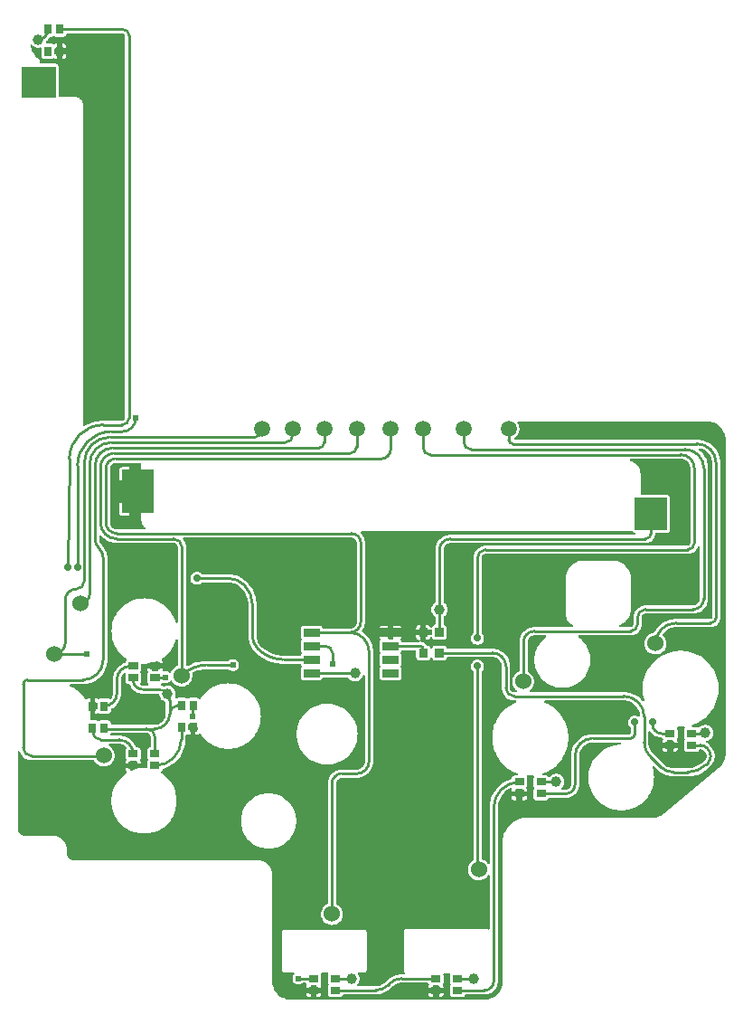
<source format=gtl>
G04 Layer: TopLayer*
G04 EasyEDA v6.4.25, 2021-10-22T16:38:50--7:00*
G04 a8c8939794724f679426a10ff434762e,1286d1f709c949e68cfeef46812bcf49,10*
G04 Gerber Generator version 0.2*
G04 Scale: 100 percent, Rotated: No, Reflected: No *
G04 Dimensions in millimeters *
G04 leading zeros omitted , absolute positions ,4 integer and 5 decimal *
%FSLAX45Y45*%
%MOMM*%

%ADD12C,0.2500*%
%ADD13C,1.0000*%
%ADD14C,0.7000*%
%ADD15C,0.6096*%
%ADD16C,1.5000*%
%ADD18R,0.9000X0.7000*%
%ADD19R,0.7000X0.9000*%
%ADD20C,1.5240*%
%ADD23R,3.2000X3.0000*%

%LPD*%
G36*
X-1131519Y5426608D02*
G01*
X-1135989Y5427218D01*
X-1139748Y5429707D01*
X-1142085Y5433568D01*
X-1142492Y5438038D01*
X-1142034Y5441645D01*
X-1141120Y5456478D01*
X-1141120Y8428939D01*
X-1142187Y8441131D01*
X-1143304Y8446820D01*
X-1145946Y8455507D01*
X-1148181Y8460892D01*
X-1152448Y8468868D01*
X-1155700Y8473694D01*
X-1161440Y8480704D01*
X-1165555Y8484819D01*
X-1172565Y8490559D01*
X-1177391Y8493810D01*
X-1185367Y8498078D01*
X-1190752Y8500313D01*
X-1199388Y8502904D01*
X-1205128Y8504072D01*
X-1214374Y8504986D01*
X-1361948Y8505088D01*
X-1365808Y8505901D01*
X-1369110Y8508085D01*
X-1371295Y8511387D01*
X-1372108Y8515248D01*
X-1372108Y8791397D01*
X-1372819Y8797747D01*
X-1374698Y8803182D01*
X-1377797Y8808110D01*
X-1381861Y8812174D01*
X-1386789Y8815273D01*
X-1392224Y8817203D01*
X-1398574Y8817914D01*
X-1537106Y8817914D01*
X-1541018Y8818676D01*
X-1544269Y8820861D01*
X-1546504Y8824163D01*
X-1547266Y8828074D01*
X-1547266Y8837422D01*
X-1548079Y8843924D01*
X-1550212Y8849664D01*
X-1552092Y8852916D01*
X-1556562Y8857945D01*
X-1572361Y8871864D01*
X-1586179Y8886494D01*
X-1598726Y8902242D01*
X-1609801Y8919057D01*
X-1619351Y8936786D01*
X-1627327Y8955278D01*
X-1633677Y8974378D01*
X-1635556Y8982354D01*
X-1635607Y8986723D01*
X-1633829Y8990736D01*
X-1630527Y8993581D01*
X-1626311Y8994800D01*
X-1621993Y8994140D01*
X-1618335Y8991752D01*
X-1612595Y8985758D01*
X-1603349Y8978696D01*
X-1593138Y8973159D01*
X-1582216Y8969248D01*
X-1570786Y8967012D01*
X-1559204Y8966555D01*
X-1547672Y8967927D01*
X-1544726Y8968689D01*
X-1541068Y8969044D01*
X-1537462Y8967978D01*
X-1534515Y8965742D01*
X-1532585Y8962542D01*
X-1531874Y8958935D01*
X-1531874Y8889542D01*
X-1531162Y8883243D01*
X-1529283Y8877757D01*
X-1526184Y8872880D01*
X-1522120Y8868765D01*
X-1517192Y8865666D01*
X-1511757Y8863787D01*
X-1505407Y8863076D01*
X-1436573Y8863076D01*
X-1430223Y8863787D01*
X-1424787Y8865666D01*
X-1421384Y8867800D01*
X-1417878Y8869172D01*
X-1414119Y8869172D01*
X-1410563Y8867800D01*
X-1407210Y8865666D01*
X-1401724Y8863787D01*
X-1395425Y8863076D01*
X-1384858Y8863076D01*
X-1384858Y8905138D01*
X-1399895Y8905138D01*
X-1403807Y8905900D01*
X-1407109Y8908084D01*
X-1409293Y8911386D01*
X-1410055Y8915298D01*
X-1410055Y8952636D01*
X-1409293Y8956548D01*
X-1407109Y8959850D01*
X-1403807Y8962034D01*
X-1399895Y8962796D01*
X-1384858Y8962796D01*
X-1384858Y9004858D01*
X-1395425Y9004858D01*
X-1401724Y9004147D01*
X-1407210Y9002268D01*
X-1410563Y9000134D01*
X-1414119Y8998762D01*
X-1417878Y8998762D01*
X-1421384Y9000134D01*
X-1424787Y9002268D01*
X-1430223Y9004147D01*
X-1436573Y9004858D01*
X-1480616Y9004858D01*
X-1484274Y9005570D01*
X-1487424Y9007500D01*
X-1489659Y9010446D01*
X-1490726Y9014002D01*
X-1490421Y9017660D01*
X-1488643Y9024264D01*
X-1487170Y9027414D01*
X-1484731Y9029903D01*
X-1481378Y9032240D01*
X-1470558Y9041942D01*
X-1460855Y9052763D01*
X-1453743Y9062821D01*
X-1451457Y9065107D01*
X-1448612Y9066580D01*
X-1445463Y9067088D01*
X-1436573Y9067088D01*
X-1430223Y9067800D01*
X-1424787Y9069730D01*
X-1421384Y9071813D01*
X-1417878Y9073184D01*
X-1414119Y9073184D01*
X-1410614Y9071813D01*
X-1407210Y9069730D01*
X-1401775Y9067800D01*
X-1395425Y9067088D01*
X-1326591Y9067088D01*
X-1320241Y9067800D01*
X-1314805Y9069730D01*
X-1309878Y9072778D01*
X-1305814Y9076893D01*
X-1302715Y9081770D01*
X-1300784Y9087256D01*
X-1300429Y9090558D01*
X-1299362Y9094063D01*
X-1297127Y9097010D01*
X-1293977Y9098889D01*
X-1290320Y9099550D01*
X-768654Y9099550D01*
X-763270Y9098686D01*
X-759612Y9097162D01*
X-756716Y9095232D01*
X-753922Y9092438D01*
X-751992Y9089542D01*
X-750468Y9085884D01*
X-749604Y9080500D01*
X-749604Y5499100D01*
X-750468Y5492902D01*
X-751433Y5489854D01*
X-753567Y5485688D01*
X-755446Y5483148D01*
X-758748Y5479846D01*
X-761288Y5477967D01*
X-765454Y5475833D01*
X-768502Y5474868D01*
X-774700Y5474004D01*
X-952296Y5474004D01*
X-977900Y5473090D01*
X-1003147Y5470398D01*
X-1028141Y5465876D01*
X-1052779Y5459577D01*
X-1076858Y5451551D01*
X-1100328Y5441848D01*
X-1123086Y5430469D01*
X-1127252Y5427980D01*
G37*

%LPC*%
G36*
X-1337157Y8863076D02*
G01*
X-1326540Y8863076D01*
X-1320241Y8863787D01*
X-1314754Y8865666D01*
X-1309878Y8868765D01*
X-1305763Y8872880D01*
X-1302715Y8877757D01*
X-1300784Y8883243D01*
X-1300073Y8889542D01*
X-1300073Y8905138D01*
X-1337157Y8905138D01*
G37*
G36*
X-1337157Y8962796D02*
G01*
X-1300073Y8962796D01*
X-1300073Y8978392D01*
X-1300784Y8984742D01*
X-1302715Y8990177D01*
X-1305763Y8995105D01*
X-1309878Y8999169D01*
X-1314754Y9002268D01*
X-1320241Y9004147D01*
X-1326540Y9004858D01*
X-1337157Y9004858D01*
G37*

%LPD*%
G36*
X-825500Y4458004D02*
G01*
X-835609Y4458868D01*
X-837336Y4459173D01*
X-846277Y4461560D01*
X-847953Y4462170D01*
X-857859Y4466945D01*
X-865428Y4472228D01*
X-874471Y4481271D01*
X-879754Y4488840D01*
X-884529Y4498746D01*
X-885139Y4500422D01*
X-887526Y4509363D01*
X-887831Y4511090D01*
X-888695Y4521200D01*
X-888695Y5029200D01*
X-887628Y5039309D01*
X-887120Y5041544D01*
X-884123Y5050078D01*
X-883158Y5052110D01*
X-878332Y5059730D01*
X-876909Y5061508D01*
X-870508Y5067909D01*
X-868730Y5069332D01*
X-861110Y5074158D01*
X-859078Y5075123D01*
X-850544Y5078120D01*
X-848309Y5078628D01*
X-838200Y5079695D01*
X-608431Y5079695D01*
X-604824Y5079034D01*
X-601675Y5077104D01*
X-599389Y5074158D01*
X-598373Y5070602D01*
X-598627Y5066893D01*
X-600151Y5061305D01*
X-600913Y5052568D01*
X-600913Y5007051D01*
X-601675Y5003190D01*
X-603859Y4999888D01*
X-607161Y4997653D01*
X-611073Y4996891D01*
X-684580Y4996891D01*
X-694842Y4996078D01*
X-698804Y4995113D01*
X-702462Y4994960D01*
X-705967Y4996027D01*
X-708812Y4998313D01*
X-710692Y5001412D01*
X-711352Y5005019D01*
X-711352Y5039918D01*
X-779424Y5039918D01*
X-785774Y5039207D01*
X-791210Y5037277D01*
X-796137Y5034178D01*
X-800201Y5030114D01*
X-803300Y5025186D01*
X-805180Y5019751D01*
X-805891Y5013401D01*
X-805891Y4920335D01*
X-758088Y4920335D01*
X-754176Y4919573D01*
X-750874Y4917338D01*
X-748690Y4914087D01*
X-747928Y4910175D01*
X-747928Y4717796D01*
X-748690Y4713935D01*
X-750874Y4710633D01*
X-754176Y4708398D01*
X-758088Y4707636D01*
X-805891Y4707636D01*
X-805891Y4614570D01*
X-805180Y4608220D01*
X-803300Y4602784D01*
X-800201Y4597857D01*
X-796137Y4593793D01*
X-791210Y4590694D01*
X-785774Y4588814D01*
X-779424Y4588103D01*
X-711352Y4588103D01*
X-711352Y4619345D01*
X-710692Y4622901D01*
X-708812Y4626051D01*
X-705967Y4628286D01*
X-702462Y4629404D01*
X-687578Y4628083D01*
X-611073Y4628083D01*
X-607161Y4627321D01*
X-603859Y4625086D01*
X-601675Y4621834D01*
X-600913Y4617923D01*
X-600913Y4569256D01*
X-600049Y4554423D01*
X-597611Y4540097D01*
X-593598Y4526076D01*
X-588010Y4512614D01*
X-580999Y4499864D01*
X-572566Y4488027D01*
X-562864Y4477156D01*
X-561289Y4475734D01*
X-558850Y4472482D01*
X-557885Y4468571D01*
X-558546Y4464558D01*
X-560730Y4461103D01*
X-564083Y4458817D01*
X-568045Y4458004D01*
G37*

%LPD*%
G36*
X-584200Y2997504D02*
G01*
X-594055Y2998571D01*
X-596290Y2999079D01*
X-602742Y3001314D01*
X-606196Y3003397D01*
X-608584Y3006598D01*
X-609549Y3010509D01*
X-608939Y3014472D01*
X-603707Y3022803D01*
X-601827Y3028238D01*
X-601116Y3034588D01*
X-601116Y3103422D01*
X-601827Y3109772D01*
X-603707Y3115208D01*
X-605840Y3118612D01*
X-607212Y3122117D01*
X-607212Y3125876D01*
X-605840Y3129381D01*
X-603707Y3132785D01*
X-601827Y3138220D01*
X-601116Y3144570D01*
X-601116Y3190646D01*
X-600303Y3194608D01*
X-597966Y3197961D01*
X-594563Y3200146D01*
X-590550Y3200806D01*
X-568452Y3199942D01*
X-544474Y3200857D01*
X-527100Y3202838D01*
X-496620Y3202838D01*
X-495249Y3206242D01*
X-492709Y3208934D01*
X-489458Y3210509D01*
X-473964Y3214878D01*
X-452831Y3222701D01*
X-448970Y3223310D01*
X-445211Y3222447D01*
X-442010Y3220212D01*
X-439877Y3216960D01*
X-439115Y3213150D01*
X-439115Y3202838D01*
X-397103Y3202838D01*
X-397103Y3213455D01*
X-397814Y3219754D01*
X-399694Y3225241D01*
X-402793Y3230118D01*
X-405282Y3232658D01*
X-407670Y3236417D01*
X-408228Y3240836D01*
X-406806Y3245053D01*
X-403758Y3248253D01*
X-388670Y3258362D01*
X-369824Y3273247D01*
X-352145Y3289503D01*
X-335889Y3307181D01*
X-321005Y3326028D01*
X-307644Y3345992D01*
X-295910Y3366973D01*
X-285851Y3388766D01*
X-277520Y3411321D01*
X-274269Y3423005D01*
X-272338Y3426663D01*
X-269138Y3429254D01*
X-265176Y3430371D01*
X-261061Y3429812D01*
X-257505Y3427679D01*
X-255168Y3424275D01*
X-254304Y3420211D01*
X-254304Y3191510D01*
X-255117Y3187547D01*
X-257403Y3184245D01*
X-273913Y3175050D01*
X-284886Y3166973D01*
X-294690Y3157474D01*
X-303174Y3146755D01*
X-310134Y3135071D01*
X-315518Y3122269D01*
X-317652Y3117951D01*
X-320548Y3115513D01*
X-324154Y3114294D01*
X-327914Y3114497D01*
X-331368Y3116072D01*
X-340106Y3122218D01*
X-349046Y3126333D01*
X-358495Y3128873D01*
X-368300Y3129737D01*
X-378104Y3128873D01*
X-385114Y3126994D01*
X-389026Y3126740D01*
X-392734Y3128010D01*
X-395732Y3130550D01*
X-397510Y3134055D01*
X-397814Y3137966D01*
X-397103Y3144570D01*
X-397103Y3155137D01*
X-439115Y3155137D01*
X-439115Y3140049D01*
X-439928Y3136188D01*
X-442112Y3132886D01*
X-445414Y3130702D01*
X-449275Y3129889D01*
X-486664Y3129889D01*
X-490575Y3130702D01*
X-493877Y3132886D01*
X-496062Y3136188D01*
X-496824Y3140049D01*
X-496824Y3155137D01*
X-538886Y3155137D01*
X-538886Y3144570D01*
X-538175Y3138271D01*
X-536295Y3132785D01*
X-534162Y3129432D01*
X-532790Y3125876D01*
X-532790Y3122117D01*
X-534162Y3118612D01*
X-536295Y3115208D01*
X-538175Y3109772D01*
X-538886Y3103422D01*
X-538886Y3034588D01*
X-538175Y3028238D01*
X-536295Y3022803D01*
X-533196Y3017875D01*
X-530148Y3014827D01*
X-527964Y3011576D01*
X-527202Y3007664D01*
X-527964Y3003804D01*
X-530148Y3000502D01*
X-533450Y2998266D01*
X-537362Y2997504D01*
G37*

%LPD*%
G36*
X-871931Y2629204D02*
G01*
X-875842Y2629966D01*
X-879144Y2632202D01*
X-881329Y2635504D01*
X-882091Y2639364D01*
X-882091Y2644394D01*
X-882802Y2650744D01*
X-884732Y2656179D01*
X-887780Y2661107D01*
X-891895Y2665171D01*
X-896772Y2668270D01*
X-902258Y2670200D01*
X-908558Y2670911D01*
X-977442Y2670911D01*
X-983742Y2670200D01*
X-989228Y2668270D01*
X-992581Y2666136D01*
X-996086Y2664764D01*
X-999896Y2664764D01*
X-1003401Y2666136D01*
X-1006754Y2668270D01*
X-1012240Y2670200D01*
X-1018540Y2670911D01*
X-1060399Y2670911D01*
X-1064361Y2671724D01*
X-1067714Y2674010D01*
X-1069898Y2677464D01*
X-1070559Y2681427D01*
X-1069594Y2705963D01*
X-1070508Y2729941D01*
X-1073353Y2753817D01*
X-1076655Y2770479D01*
X-1076858Y2778099D01*
X-1078484Y2780131D01*
X-1079500Y2782570D01*
X-1084529Y2800451D01*
X-1091438Y2819196D01*
X-1092098Y2823006D01*
X-1091234Y2826816D01*
X-1088999Y2829966D01*
X-1085748Y2832100D01*
X-1081938Y2832862D01*
X-1076858Y2832862D01*
X-1076858Y2874924D01*
X-1087424Y2874924D01*
X-1093774Y2874213D01*
X-1099210Y2872282D01*
X-1104798Y2868777D01*
X-1108405Y2867406D01*
X-1112316Y2867456D01*
X-1115923Y2868980D01*
X-1118666Y2871724D01*
X-1128014Y2885744D01*
X-1142847Y2904591D01*
X-1159154Y2922270D01*
X-1176832Y2938526D01*
X-1195679Y2953410D01*
X-1215644Y2966770D01*
X-1236624Y2978505D01*
X-1258417Y2988564D01*
X-1262075Y2989884D01*
X-1265478Y2992018D01*
X-1267815Y2995269D01*
X-1268679Y2999181D01*
X-1267968Y3003143D01*
X-1265783Y3006547D01*
X-1262481Y3008782D01*
X-1258519Y3009595D01*
X-1143203Y3009595D01*
X-1123035Y3010458D01*
X-1103274Y3013100D01*
X-1083767Y3017418D01*
X-1064717Y3023412D01*
X-1046276Y3031032D01*
X-1028547Y3040278D01*
X-1011732Y3050997D01*
X-995883Y3063138D01*
X-981151Y3076651D01*
X-967638Y3091383D01*
X-955497Y3107232D01*
X-944778Y3124047D01*
X-935532Y3141776D01*
X-927912Y3160217D01*
X-921918Y3179267D01*
X-917600Y3198774D01*
X-914958Y3218535D01*
X-914095Y3238703D01*
X-914095Y4184599D01*
X-914958Y4202074D01*
X-917498Y4219143D01*
X-921664Y4235907D01*
X-927506Y4252163D01*
X-934872Y4267758D01*
X-943762Y4282592D01*
X-954024Y4296460D01*
X-966165Y4309821D01*
X-974648Y4319930D01*
X-981456Y4331258D01*
X-986383Y4343552D01*
X-989330Y4356404D01*
X-990295Y4368800D01*
X-990295Y4392930D01*
X-989482Y4396892D01*
X-987196Y4400194D01*
X-983792Y4402378D01*
X-979779Y4403090D01*
X-975868Y4402124D01*
X-972616Y4399737D01*
X-960424Y4386275D01*
X-946556Y4373727D01*
X-931519Y4362551D01*
X-915416Y4352950D01*
X-898499Y4344924D01*
X-880871Y4338624D01*
X-862736Y4334052D01*
X-844194Y4331309D01*
X-825246Y4330395D01*
X-292100Y4330395D01*
X-283616Y4329379D01*
X-281076Y4328668D01*
X-274370Y4325924D01*
X-272084Y4324604D01*
X-266395Y4320184D01*
X-264515Y4318304D01*
X-260096Y4312615D01*
X-258775Y4310278D01*
X-256032Y4303623D01*
X-255320Y4301083D01*
X-254304Y4292600D01*
X-254304Y3591458D01*
X-255168Y3587394D01*
X-257505Y3583990D01*
X-261061Y3581857D01*
X-265176Y3581298D01*
X-269138Y3582415D01*
X-272338Y3585006D01*
X-274269Y3588664D01*
X-277520Y3600348D01*
X-285851Y3622903D01*
X-295910Y3644696D01*
X-307644Y3665677D01*
X-321005Y3685641D01*
X-335889Y3704488D01*
X-352145Y3722166D01*
X-369824Y3738422D01*
X-388670Y3753307D01*
X-408635Y3766667D01*
X-429615Y3778402D01*
X-451408Y3788460D01*
X-473964Y3796792D01*
X-497078Y3803294D01*
X-520598Y3807968D01*
X-544474Y3810812D01*
X-568452Y3811727D01*
X-592480Y3810812D01*
X-616356Y3807968D01*
X-639876Y3803294D01*
X-662990Y3796792D01*
X-685546Y3788460D01*
X-707339Y3778402D01*
X-728319Y3766667D01*
X-748284Y3753307D01*
X-767130Y3738422D01*
X-784809Y3722166D01*
X-801065Y3704488D01*
X-815949Y3685641D01*
X-829310Y3665677D01*
X-841044Y3644696D01*
X-851103Y3622903D01*
X-859434Y3600348D01*
X-865936Y3577234D01*
X-870610Y3553714D01*
X-873455Y3529837D01*
X-874369Y3505809D01*
X-873455Y3481832D01*
X-870610Y3457956D01*
X-865936Y3434435D01*
X-859434Y3411321D01*
X-851103Y3388766D01*
X-841044Y3366973D01*
X-829310Y3345992D01*
X-815949Y3326028D01*
X-801065Y3307181D01*
X-784809Y3289503D01*
X-767130Y3273247D01*
X-748284Y3258362D01*
X-735025Y3249472D01*
X-731926Y3246272D01*
X-730554Y3242005D01*
X-731062Y3237585D01*
X-733450Y3233826D01*
X-737209Y3230118D01*
X-740308Y3225190D01*
X-742188Y3219754D01*
X-742543Y3216605D01*
X-743610Y3213100D01*
X-745896Y3210204D01*
X-748995Y3208274D01*
X-763422Y3202736D01*
X-779221Y3194710D01*
X-794054Y3185058D01*
X-807872Y3173882D01*
X-820369Y3161334D01*
X-831545Y3147568D01*
X-841197Y3132683D01*
X-849274Y3116884D01*
X-855624Y3100324D01*
X-860196Y3083204D01*
X-862990Y3065729D01*
X-863904Y3047746D01*
X-863904Y2921457D01*
X-865022Y2908350D01*
X-867562Y2897784D01*
X-872185Y2886303D01*
X-878586Y2875635D01*
X-881024Y2872638D01*
X-883767Y2870352D01*
X-887171Y2869184D01*
X-890778Y2869285D01*
X-894130Y2870606D01*
X-896772Y2872282D01*
X-902258Y2874213D01*
X-908558Y2874924D01*
X-977442Y2874924D01*
X-983742Y2874213D01*
X-989228Y2872282D01*
X-992581Y2870149D01*
X-996137Y2868777D01*
X-999896Y2868777D01*
X-1003401Y2870149D01*
X-1006805Y2872282D01*
X-1012240Y2874213D01*
X-1018590Y2874924D01*
X-1029157Y2874924D01*
X-1029157Y2832862D01*
X-1014069Y2832862D01*
X-1010208Y2832100D01*
X-1006906Y2829864D01*
X-1004671Y2826562D01*
X-1003909Y2822702D01*
X-1003909Y2785313D01*
X-1004671Y2781401D01*
X-1006906Y2778150D01*
X-1010208Y2775915D01*
X-1014069Y2775153D01*
X-1029157Y2775153D01*
X-1029157Y2733090D01*
X-1018590Y2733090D01*
X-1012240Y2733802D01*
X-1006805Y2735732D01*
X-1003401Y2737866D01*
X-999896Y2739237D01*
X-996137Y2739237D01*
X-992581Y2737866D01*
X-989228Y2735732D01*
X-983742Y2733802D01*
X-977442Y2733090D01*
X-908558Y2733090D01*
X-902258Y2733802D01*
X-896772Y2735732D01*
X-891895Y2738780D01*
X-887780Y2742895D01*
X-884732Y2747772D01*
X-882802Y2753258D01*
X-882091Y2759557D01*
X-882091Y2771546D01*
X-881430Y2775204D01*
X-879500Y2778353D01*
X-876553Y2780588D01*
X-865073Y2786481D01*
X-851357Y2795371D01*
X-838708Y2805633D01*
X-827125Y2817164D01*
X-816864Y2829864D01*
X-807974Y2843530D01*
X-800608Y2858058D01*
X-794715Y2873298D01*
X-790498Y2889046D01*
X-787958Y2905201D01*
X-787095Y2921762D01*
X-787095Y3048000D01*
X-786231Y3060446D01*
X-783539Y3073400D01*
X-779018Y3085795D01*
X-772769Y3097428D01*
X-764946Y3108045D01*
X-760069Y3113074D01*
X-756564Y3115360D01*
X-752500Y3116072D01*
X-748436Y3115056D01*
X-745185Y3112516D01*
X-743153Y3108909D01*
X-742899Y3103422D01*
X-742899Y3034588D01*
X-742188Y3028238D01*
X-740308Y3022803D01*
X-737209Y3017875D01*
X-733145Y3013811D01*
X-728218Y3010712D01*
X-722782Y3008782D01*
X-716432Y3008071D01*
X-711454Y3008071D01*
X-707644Y3007360D01*
X-704392Y3005277D01*
X-702157Y3002127D01*
X-695960Y2988259D01*
X-688035Y2975203D01*
X-678637Y2963214D01*
X-667867Y2952445D01*
X-655878Y2943047D01*
X-642823Y2935173D01*
X-628954Y2928924D01*
X-614375Y2924352D01*
X-599389Y2921609D01*
X-583895Y2920695D01*
X-436524Y2920695D01*
X-432968Y2920034D01*
X-429920Y2918256D01*
X-427634Y2915462D01*
X-426466Y2912059D01*
X-424891Y2901848D01*
X-421385Y2890774D01*
X-416204Y2880360D01*
X-409549Y2870860D01*
X-401472Y2862478D01*
X-392226Y2855417D01*
X-382066Y2849880D01*
X-375310Y2847492D01*
X-371805Y2845308D01*
X-369468Y2841955D01*
X-368604Y2837891D01*
X-368604Y2730500D01*
X-369773Y2715361D01*
X-372922Y2701290D01*
X-378104Y2687777D01*
X-385114Y2675128D01*
X-393852Y2663647D01*
X-404114Y2653487D01*
X-415747Y2644902D01*
X-428498Y2638094D01*
X-442061Y2633116D01*
X-456184Y2630170D01*
X-469900Y2629204D01*
G37*

%LPD*%
G36*
X4389831Y2222804D02*
G01*
X4374134Y2223719D01*
X4359249Y2226360D01*
X4344720Y2230577D01*
X4330750Y2236419D01*
X4317542Y2243836D01*
X4305198Y2252624D01*
X4294378Y2262378D01*
X4195826Y2360879D01*
X4184599Y2373528D01*
X4175251Y2386838D01*
X4167378Y2401163D01*
X4161180Y2416251D01*
X4156760Y2431948D01*
X4154068Y2448052D01*
X4153204Y2463800D01*
X4153204Y2562758D01*
X4154170Y2567025D01*
X4156760Y2570480D01*
X4160621Y2572562D01*
X4164990Y2572816D01*
X4169054Y2571191D01*
X4172051Y2568041D01*
X4174998Y2563215D01*
X4184396Y2551176D01*
X4195165Y2540406D01*
X4207205Y2530957D01*
X4220260Y2523083D01*
X4234180Y2516835D01*
X4248759Y2512263D01*
X4263745Y2509520D01*
X4278680Y2508605D01*
X4282541Y2507640D01*
X4285691Y2505252D01*
X4289806Y2498394D01*
X4291177Y2494889D01*
X4291177Y2491079D01*
X4289806Y2487574D01*
X4287672Y2484221D01*
X4285792Y2478735D01*
X4285081Y2472436D01*
X4285081Y2461818D01*
X4327144Y2461818D01*
X4327144Y2476906D01*
X4327906Y2480818D01*
X4330090Y2484120D01*
X4333392Y2486304D01*
X4337304Y2487066D01*
X4374692Y2487066D01*
X4378553Y2486304D01*
X4381855Y2484120D01*
X4384040Y2480818D01*
X4384852Y2476906D01*
X4384852Y2461818D01*
X4426864Y2461818D01*
X4426864Y2472436D01*
X4426153Y2478735D01*
X4424273Y2484221D01*
X4422140Y2487574D01*
X4420768Y2491079D01*
X4420768Y2494889D01*
X4422140Y2498394D01*
X4424273Y2501747D01*
X4426153Y2507234D01*
X4426864Y2513533D01*
X4426864Y2582418D01*
X4426153Y2588717D01*
X4424273Y2594203D01*
X4422952Y2596235D01*
X4421479Y2600452D01*
X4421936Y2604871D01*
X4424222Y2608681D01*
X4427931Y2611120D01*
X4432300Y2611780D01*
X4443272Y2610967D01*
X4469282Y2610967D01*
X4483811Y2612034D01*
X4488230Y2611374D01*
X4491939Y2608935D01*
X4494225Y2605125D01*
X4494682Y2600706D01*
X4493158Y2596489D01*
X4491736Y2594203D01*
X4489805Y2588717D01*
X4489094Y2582418D01*
X4489094Y2513533D01*
X4489805Y2507234D01*
X4491736Y2501747D01*
X4493818Y2498394D01*
X4495241Y2494889D01*
X4495241Y2491130D01*
X4493818Y2487574D01*
X4491736Y2484221D01*
X4489805Y2478735D01*
X4489094Y2472436D01*
X4489094Y2403551D01*
X4489805Y2397252D01*
X4491736Y2391765D01*
X4494784Y2386888D01*
X4498898Y2382774D01*
X4503775Y2379726D01*
X4509262Y2377795D01*
X4515561Y2377084D01*
X4604410Y2377084D01*
X4610760Y2377795D01*
X4616196Y2379726D01*
X4621123Y2382774D01*
X4625187Y2386888D01*
X4628286Y2391765D01*
X4630978Y2396540D01*
X4634738Y2398979D01*
X4639157Y2399538D01*
X4646777Y2398826D01*
X4648758Y2398420D01*
X4655667Y2396337D01*
X4657496Y2395575D01*
X4663897Y2392172D01*
X4665522Y2391105D01*
X4671822Y2385822D01*
X4683658Y2373934D01*
X4689043Y2367381D01*
X4690160Y2365705D01*
X4694174Y2358186D01*
X4694936Y2356358D01*
X4697425Y2348230D01*
X4697831Y2346248D01*
X4698644Y2337816D01*
X4698644Y2335784D01*
X4697831Y2327351D01*
X4697425Y2325370D01*
X4694936Y2317242D01*
X4694174Y2315413D01*
X4690160Y2307894D01*
X4689043Y2306218D01*
X4682998Y2298903D01*
X4667097Y2283053D01*
X4652060Y2269439D01*
X4635703Y2257399D01*
X4618278Y2247036D01*
X4599889Y2238400D01*
X4580788Y2231593D01*
X4561078Y2226716D01*
X4540961Y2223770D01*
X4521200Y2222804D01*
G37*

%LPC*%
G36*
X4311548Y2377084D02*
G01*
X4327144Y2377084D01*
X4327144Y2414117D01*
X4285081Y2414117D01*
X4285081Y2403551D01*
X4285792Y2397252D01*
X4287672Y2391765D01*
X4290771Y2386888D01*
X4294886Y2382774D01*
X4299762Y2379675D01*
X4305249Y2377795D01*
G37*
G36*
X4384852Y2377084D02*
G01*
X4400397Y2377084D01*
X4406747Y2377795D01*
X4412183Y2379675D01*
X4417110Y2382774D01*
X4421174Y2386888D01*
X4424273Y2391765D01*
X4426153Y2397252D01*
X4426864Y2403551D01*
X4426864Y2414117D01*
X4384852Y2414117D01*
G37*

%LPD*%
G36*
X3346551Y2021433D02*
G01*
X3342589Y2022246D01*
X3339236Y2024532D01*
X3337051Y2027936D01*
X3336391Y2031949D01*
X3337356Y2035911D01*
X3339795Y2039162D01*
X3343960Y2042871D01*
X3351377Y2051862D01*
X3357321Y2061819D01*
X3361639Y2072589D01*
X3364280Y2083917D01*
X3365195Y2095500D01*
X3364280Y2107082D01*
X3361639Y2118410D01*
X3357321Y2129180D01*
X3351377Y2139137D01*
X3343960Y2148128D01*
X3335274Y2155850D01*
X3325571Y2162149D01*
X3314954Y2166924D01*
X3303727Y2169972D01*
X3292195Y2171344D01*
X3280613Y2170887D01*
X3269183Y2168652D01*
X3258261Y2164740D01*
X3248050Y2159203D01*
X3238804Y2152142D01*
X3230219Y2143201D01*
X3227171Y2141067D01*
X3223564Y2140102D01*
X3219196Y2140762D01*
X3216960Y2141778D01*
X3215030Y2143302D01*
X3210102Y2148179D01*
X3205226Y2151278D01*
X3199739Y2153208D01*
X3193440Y2153920D01*
X3170732Y2153920D01*
X3166770Y2154682D01*
X3163468Y2156917D01*
X3161284Y2160270D01*
X3160572Y2164232D01*
X3161385Y2168144D01*
X3163722Y2171395D01*
X3167075Y2173528D01*
X3186531Y2180996D01*
X3210052Y2192020D01*
X3232708Y2204720D01*
X3254400Y2219096D01*
X3274974Y2234946D01*
X3294329Y2252319D01*
X3312363Y2271014D01*
X3329025Y2291029D01*
X3344113Y2312162D01*
X3357676Y2334361D01*
X3369564Y2357475D01*
X3379724Y2381402D01*
X3388106Y2405989D01*
X3394710Y2431135D01*
X3399434Y2456688D01*
X3402279Y2482545D01*
X3403193Y2508504D01*
X3402279Y2534513D01*
X3399434Y2560370D01*
X3394710Y2585923D01*
X3388106Y2611069D01*
X3379724Y2635656D01*
X3369564Y2659583D01*
X3357676Y2682697D01*
X3344113Y2704896D01*
X3329025Y2726029D01*
X3312363Y2746044D01*
X3294329Y2764739D01*
X3274974Y2782112D01*
X3254400Y2797962D01*
X3232708Y2812338D01*
X3210052Y2825038D01*
X3186531Y2836062D01*
X3182670Y2837535D01*
X3179318Y2839669D01*
X3176981Y2842971D01*
X3176168Y2846882D01*
X3176879Y2850794D01*
X3179064Y2854147D01*
X3182366Y2856382D01*
X3186328Y2857195D01*
X3924300Y2857195D01*
X3941876Y2856179D01*
X3958691Y2853232D01*
X3975049Y2848457D01*
X3990797Y2841853D01*
X4005681Y2833573D01*
X4019550Y2823667D01*
X4032250Y2812237D01*
X4043527Y2799486D01*
X4053382Y2785516D01*
X4061561Y2770581D01*
X4068013Y2754782D01*
X4072686Y2738374D01*
X4075480Y2721559D01*
X4075937Y2713583D01*
X4075429Y2709773D01*
X4073499Y2706420D01*
X4070502Y2703982D01*
X4066794Y2702915D01*
X4062984Y2703220D01*
X4050334Y2710027D01*
X4040835Y2713329D01*
X4030929Y2714955D01*
X4020870Y2714955D01*
X4010964Y2713329D01*
X4001465Y2710027D01*
X3992626Y2705252D01*
X3984650Y2699105D01*
X3977843Y2691688D01*
X3972356Y2683256D01*
X3968343Y2674061D01*
X3965854Y2664307D01*
X3965041Y2654300D01*
X3965854Y2644292D01*
X3968343Y2634538D01*
X3972356Y2625344D01*
X3977843Y2616911D01*
X3984802Y2609342D01*
X3986784Y2606192D01*
X3987495Y2602484D01*
X3987495Y2550464D01*
X3986733Y2546604D01*
X3984498Y2543302D01*
X3981196Y2541066D01*
X3977335Y2540304D01*
X3632454Y2540304D01*
X3613404Y2539441D01*
X3594811Y2536850D01*
X3576523Y2532532D01*
X3558692Y2526538D01*
X3541471Y2518968D01*
X3525062Y2509824D01*
X3509568Y2499207D01*
X3495090Y2487168D01*
X3481832Y2473909D01*
X3469792Y2459431D01*
X3459175Y2443937D01*
X3450031Y2427528D01*
X3442462Y2410307D01*
X3436467Y2392476D01*
X3432149Y2374188D01*
X3429558Y2355596D01*
X3428695Y2336546D01*
X3428695Y2070100D01*
X3427679Y2060397D01*
X3427171Y2058162D01*
X3424326Y2050034D01*
X3423310Y2048002D01*
X3418738Y2040686D01*
X3417315Y2038908D01*
X3411220Y2032812D01*
X3409442Y2031390D01*
X3402126Y2026767D01*
X3400094Y2025802D01*
X3391915Y2022957D01*
X3389731Y2022449D01*
X3380028Y2021433D01*
G37*

%LPD*%
G36*
X803198Y56337D02*
G01*
X785266Y57251D01*
X768400Y59791D01*
X751840Y64008D01*
X735787Y69799D01*
X720344Y77165D01*
X705713Y85953D01*
X692048Y96215D01*
X679399Y107696D01*
X667969Y120396D01*
X657860Y134112D01*
X649122Y148793D01*
X641858Y164287D01*
X636168Y180390D01*
X632053Y196951D01*
X629615Y213867D01*
X628751Y231241D01*
X628751Y1232103D01*
X627837Y1246936D01*
X627329Y1250746D01*
X624890Y1263091D01*
X623874Y1266850D01*
X619861Y1278788D01*
X618337Y1282344D01*
X612800Y1293672D01*
X610819Y1297025D01*
X603859Y1307490D01*
X601472Y1310538D01*
X593191Y1320038D01*
X590448Y1322781D01*
X580999Y1331061D01*
X577900Y1333449D01*
X567436Y1340408D01*
X564083Y1342339D01*
X552805Y1347927D01*
X549198Y1349400D01*
X537260Y1353464D01*
X533552Y1354480D01*
X521208Y1356918D01*
X517347Y1357426D01*
X502513Y1358341D01*
X-1219098Y1358341D01*
X-1231595Y1359306D01*
X-1241856Y1361643D01*
X-1251712Y1365402D01*
X-1260957Y1370584D01*
X-1269339Y1376984D01*
X-1276705Y1384503D01*
X-1282954Y1393037D01*
X-1287932Y1402334D01*
X-1291539Y1412290D01*
X-1293672Y1422603D01*
X-1294434Y1433677D01*
X-1294434Y1462633D01*
X-1295349Y1477467D01*
X-1295857Y1481328D01*
X-1298295Y1493672D01*
X-1299311Y1497431D01*
X-1303324Y1509318D01*
X-1304848Y1512925D01*
X-1310386Y1524203D01*
X-1312316Y1527556D01*
X-1319326Y1538020D01*
X-1321714Y1541119D01*
X-1329994Y1550568D01*
X-1332738Y1553311D01*
X-1342186Y1561592D01*
X-1345285Y1563979D01*
X-1355750Y1570990D01*
X-1359103Y1572920D01*
X-1370380Y1578457D01*
X-1373987Y1579981D01*
X-1385874Y1583994D01*
X-1389634Y1585010D01*
X-1401978Y1587449D01*
X-1405839Y1587957D01*
X-1420672Y1588871D01*
X-1678330Y1588871D01*
X-1690827Y1589836D01*
X-1701139Y1592173D01*
X-1710994Y1595983D01*
X-1720189Y1601114D01*
X-1728571Y1607515D01*
X-1735988Y1615084D01*
X-1742186Y1623568D01*
X-1747164Y1632915D01*
X-1750771Y1642821D01*
X-1752904Y1653133D01*
X-1753666Y1664207D01*
X-1753666Y2372766D01*
X-1752854Y2376779D01*
X-1750517Y2380132D01*
X-1747012Y2382316D01*
X-1742998Y2382926D01*
X-1739036Y2381910D01*
X-1735785Y2379370D01*
X-1733804Y2375814D01*
X-1732737Y2372360D01*
X-1727047Y2359761D01*
X-1719884Y2347925D01*
X-1711350Y2337003D01*
X-1701596Y2327249D01*
X-1690674Y2318715D01*
X-1678838Y2311552D01*
X-1666239Y2305862D01*
X-1653032Y2301748D01*
X-1639417Y2299258D01*
X-1625295Y2298395D01*
X-1045311Y2298395D01*
X-1041908Y2297785D01*
X-1038860Y2296058D01*
X-1036574Y2293416D01*
X-1031138Y2284222D01*
X-1022705Y2273554D01*
X-1012901Y2264054D01*
X-1001928Y2255977D01*
X-989990Y2249424D01*
X-977239Y2244496D01*
X-963980Y2241346D01*
X-950417Y2239975D01*
X-936752Y2240432D01*
X-923340Y2242718D01*
X-910285Y2246731D01*
X-897940Y2252472D01*
X-886460Y2259838D01*
X-876046Y2268626D01*
X-866902Y2278735D01*
X-859180Y2289962D01*
X-853033Y2302154D01*
X-848512Y2315057D01*
X-845819Y2328418D01*
X-844905Y2341981D01*
X-845819Y2355596D01*
X-848512Y2368956D01*
X-853033Y2381859D01*
X-859180Y2394051D01*
X-866902Y2405278D01*
X-876046Y2415387D01*
X-886409Y2424176D01*
X-898855Y2432050D01*
X-901903Y2435098D01*
X-903478Y2439162D01*
X-903173Y2443480D01*
X-901090Y2447290D01*
X-897636Y2449880D01*
X-893419Y2450795D01*
X-805230Y2450795D01*
X-792480Y2449880D01*
X-779221Y2447137D01*
X-766521Y2442514D01*
X-754583Y2436114D01*
X-743712Y2428087D01*
X-737057Y2421585D01*
X-734872Y2418334D01*
X-734110Y2414422D01*
X-734872Y2410510D01*
X-740308Y2402179D01*
X-742188Y2396744D01*
X-742899Y2390394D01*
X-742899Y2321560D01*
X-742188Y2315260D01*
X-740308Y2309774D01*
X-738174Y2306370D01*
X-736803Y2302865D01*
X-736803Y2299106D01*
X-738174Y2295601D01*
X-740308Y2292197D01*
X-742188Y2286711D01*
X-742899Y2280412D01*
X-742899Y2269845D01*
X-700836Y2269845D01*
X-700836Y2284933D01*
X-700074Y2288794D01*
X-697890Y2292096D01*
X-694588Y2294280D01*
X-690676Y2295093D01*
X-653338Y2295093D01*
X-649427Y2294280D01*
X-646125Y2292096D01*
X-643940Y2288794D01*
X-643178Y2284933D01*
X-643178Y2269845D01*
X-601116Y2269845D01*
X-601116Y2280412D01*
X-601827Y2286711D01*
X-603707Y2292197D01*
X-605840Y2295601D01*
X-607212Y2299106D01*
X-607212Y2302865D01*
X-605840Y2306370D01*
X-603707Y2309774D01*
X-601827Y2315260D01*
X-601116Y2321560D01*
X-601116Y2390394D01*
X-601827Y2396744D01*
X-603707Y2402179D01*
X-606806Y2407107D01*
X-610920Y2411171D01*
X-615797Y2414270D01*
X-621284Y2416200D01*
X-627583Y2416911D01*
X-638048Y2416911D01*
X-642010Y2417724D01*
X-645363Y2420010D01*
X-647547Y2423414D01*
X-648462Y2425801D01*
X-656590Y2441803D01*
X-666394Y2456840D01*
X-677672Y2470810D01*
X-690372Y2483510D01*
X-704342Y2494838D01*
X-719429Y2504592D01*
X-735431Y2512771D01*
X-752195Y2519172D01*
X-769569Y2523845D01*
X-787298Y2526639D01*
X-805484Y2527604D01*
X-876503Y2527604D01*
X-880414Y2528417D01*
X-883767Y2530652D01*
X-885952Y2534056D01*
X-886663Y2538018D01*
X-885748Y2541930D01*
X-883767Y2546400D01*
X-881532Y2549550D01*
X-878281Y2551633D01*
X-874521Y2552395D01*
X-546100Y2552395D01*
X-537108Y2551277D01*
X-534568Y2550617D01*
X-527456Y2547670D01*
X-525170Y2546350D01*
X-519023Y2541625D01*
X-517143Y2539746D01*
X-512470Y2533650D01*
X-511149Y2531364D01*
X-508203Y2524252D01*
X-507492Y2521661D01*
X-506425Y2512669D01*
X-506425Y2426665D01*
X-507085Y2423007D01*
X-508965Y2419858D01*
X-511911Y2417622D01*
X-515416Y2416556D01*
X-518718Y2416200D01*
X-524205Y2414270D01*
X-529082Y2411171D01*
X-533196Y2407107D01*
X-536295Y2402179D01*
X-538175Y2396744D01*
X-538886Y2390394D01*
X-538886Y2321560D01*
X-538175Y2315260D01*
X-536295Y2309774D01*
X-534162Y2306421D01*
X-532790Y2302865D01*
X-532790Y2299106D01*
X-534162Y2295601D01*
X-536295Y2292197D01*
X-538175Y2286762D01*
X-538886Y2280412D01*
X-538886Y2231999D01*
X-539699Y2228037D01*
X-542036Y2224684D01*
X-545439Y2222500D01*
X-549452Y2221839D01*
X-570230Y2222652D01*
X-590550Y2221890D01*
X-593293Y2222144D01*
X-643178Y2222144D01*
X-644093Y2217216D01*
X-646734Y2213762D01*
X-650544Y2211730D01*
X-664768Y2207717D01*
X-687171Y2199436D01*
X-691032Y2198827D01*
X-694791Y2199690D01*
X-697992Y2201875D01*
X-700125Y2205126D01*
X-700836Y2208987D01*
X-700836Y2222144D01*
X-742899Y2222144D01*
X-742899Y2211578D01*
X-742188Y2205228D01*
X-740308Y2199792D01*
X-737209Y2194864D01*
X-732739Y2190394D01*
X-730351Y2186635D01*
X-729843Y2182215D01*
X-731215Y2177999D01*
X-734314Y2174798D01*
X-750062Y2164232D01*
X-768908Y2149348D01*
X-786587Y2133092D01*
X-802843Y2115413D01*
X-817727Y2096566D01*
X-831087Y2076602D01*
X-842822Y2055622D01*
X-852881Y2033828D01*
X-861212Y2011273D01*
X-867714Y1988159D01*
X-872388Y1964639D01*
X-875233Y1940763D01*
X-876147Y1916734D01*
X-875233Y1892757D01*
X-872388Y1868881D01*
X-867714Y1845360D01*
X-861212Y1822246D01*
X-852881Y1799691D01*
X-842822Y1777898D01*
X-831087Y1756918D01*
X-817727Y1736953D01*
X-802843Y1718106D01*
X-786587Y1700428D01*
X-768908Y1684172D01*
X-750062Y1669288D01*
X-730097Y1655927D01*
X-709117Y1644192D01*
X-687324Y1634134D01*
X-664768Y1625803D01*
X-641654Y1619300D01*
X-618134Y1614627D01*
X-594258Y1611782D01*
X-570230Y1610868D01*
X-546252Y1611782D01*
X-522376Y1614627D01*
X-498856Y1619300D01*
X-475742Y1625803D01*
X-453186Y1634134D01*
X-431393Y1644192D01*
X-410413Y1655927D01*
X-390448Y1669288D01*
X-371602Y1684172D01*
X-353923Y1700428D01*
X-337667Y1718106D01*
X-322783Y1736953D01*
X-309422Y1756918D01*
X-297688Y1777898D01*
X-287629Y1799691D01*
X-279298Y1822246D01*
X-272796Y1845360D01*
X-268122Y1868881D01*
X-265277Y1892757D01*
X-264363Y1916734D01*
X-265277Y1940763D01*
X-268122Y1964639D01*
X-272796Y1988159D01*
X-279298Y2011273D01*
X-287629Y2033828D01*
X-297688Y2055622D01*
X-309422Y2076602D01*
X-322783Y2096566D01*
X-337667Y2115413D01*
X-353923Y2133092D01*
X-371602Y2149348D01*
X-390448Y2164232D01*
X-405942Y2174595D01*
X-408990Y2177796D01*
X-410362Y2182012D01*
X-409854Y2186432D01*
X-407466Y2190191D01*
X-402793Y2194915D01*
X-399694Y2199792D01*
X-397814Y2205278D01*
X-397256Y2210054D01*
X-396036Y2213813D01*
X-393547Y2216861D01*
X-390042Y2218690D01*
X-375310Y2223058D01*
X-353364Y2231644D01*
X-332130Y2242007D01*
X-311912Y2254046D01*
X-292709Y2267762D01*
X-274675Y2283002D01*
X-258013Y2299716D01*
X-242773Y2317699D01*
X-229057Y2336901D01*
X-216966Y2357170D01*
X-206603Y2378354D01*
X-198069Y2400350D01*
X-191312Y2422956D01*
X-186486Y2446020D01*
X-183540Y2469438D01*
X-182575Y2493213D01*
X-182575Y2527757D01*
X-181711Y2531821D01*
X-179324Y2535224D01*
X-171399Y2539847D01*
X-167894Y2541219D01*
X-164084Y2541219D01*
X-160578Y2539847D01*
X-157226Y2537714D01*
X-151739Y2535783D01*
X-145440Y2535072D01*
X-134823Y2535072D01*
X-134823Y2577134D01*
X-149910Y2577134D01*
X-153822Y2577896D01*
X-157124Y2580132D01*
X-159308Y2583383D01*
X-160070Y2587294D01*
X-160070Y2624683D01*
X-159308Y2628544D01*
X-157124Y2631846D01*
X-153822Y2634081D01*
X-149910Y2634843D01*
X-134823Y2634843D01*
X-134823Y2639466D01*
X-133959Y2643530D01*
X-131521Y2646934D01*
X-127965Y2649067D01*
X-123799Y2649575D01*
X-114300Y2648762D01*
X-104495Y2649626D01*
X-99923Y2650845D01*
X-96215Y2651150D01*
X-92710Y2650083D01*
X-89763Y2647797D01*
X-87833Y2644648D01*
X-87122Y2641041D01*
X-87122Y2634843D01*
X-82397Y2633878D01*
X-78943Y2631287D01*
X-76911Y2627426D01*
X-73710Y2616047D01*
X-65379Y2593543D01*
X-64465Y2591562D01*
X-63550Y2587599D01*
X-64211Y2583637D01*
X-66395Y2580233D01*
X-69748Y2577947D01*
X-73710Y2577134D01*
X-87122Y2577134D01*
X-87122Y2535072D01*
X-76555Y2535072D01*
X-70256Y2535783D01*
X-64769Y2537714D01*
X-59893Y2540762D01*
X-54914Y2545791D01*
X-51155Y2548178D01*
X-46736Y2548737D01*
X-42468Y2547366D01*
X-39268Y2544267D01*
X-30226Y2530754D01*
X-15341Y2511907D01*
X914Y2494280D01*
X18592Y2477973D01*
X37439Y2463088D01*
X57404Y2449779D01*
X78384Y2438044D01*
X100177Y2427986D01*
X122732Y2419654D01*
X145846Y2413152D01*
X169367Y2408428D01*
X193243Y2405634D01*
X217271Y2404668D01*
X241249Y2405634D01*
X265125Y2408428D01*
X288645Y2413152D01*
X311759Y2419654D01*
X334314Y2427986D01*
X356108Y2438044D01*
X377088Y2449779D01*
X397052Y2463088D01*
X415899Y2477973D01*
X433578Y2494280D01*
X449834Y2511907D01*
X464718Y2530754D01*
X478078Y2550769D01*
X489813Y2571699D01*
X499872Y2593543D01*
X508203Y2616047D01*
X514705Y2639161D01*
X519379Y2662732D01*
X522224Y2686608D01*
X523138Y2710586D01*
X522224Y2734564D01*
X519379Y2758440D01*
X514705Y2782011D01*
X508203Y2805125D01*
X499872Y2827629D01*
X489813Y2849473D01*
X478078Y2870403D01*
X464718Y2890418D01*
X449834Y2909265D01*
X433578Y2926892D01*
X415899Y2943199D01*
X397052Y2958084D01*
X377088Y2971393D01*
X356108Y2983128D01*
X334314Y2993186D01*
X311759Y3001518D01*
X288645Y3008020D01*
X265125Y3012744D01*
X241249Y3015538D01*
X217271Y3016504D01*
X193243Y3015538D01*
X169367Y3012744D01*
X145846Y3008020D01*
X122732Y3001518D01*
X100177Y2993186D01*
X78384Y2983128D01*
X57404Y2971393D01*
X37439Y2958084D01*
X18592Y2943199D01*
X914Y2926892D01*
X-15341Y2909265D01*
X-30226Y2890418D01*
X-41300Y2873806D01*
X-44551Y2870758D01*
X-48768Y2869336D01*
X-53187Y2869895D01*
X-56946Y2872282D01*
X-59893Y2875229D01*
X-64769Y2878277D01*
X-70256Y2880207D01*
X-76555Y2880918D01*
X-145440Y2880918D01*
X-151739Y2880207D01*
X-157226Y2878277D01*
X-160578Y2876194D01*
X-164134Y2874772D01*
X-167894Y2874772D01*
X-171399Y2876194D01*
X-174752Y2878277D01*
X-180238Y2880207D01*
X-186537Y2880918D01*
X-255422Y2880918D01*
X-261721Y2880207D01*
X-267817Y2878074D01*
X-271627Y2877515D01*
X-275336Y2878429D01*
X-278485Y2880664D01*
X-280568Y2883916D01*
X-281330Y2887675D01*
X-280568Y2891485D01*
X-278638Y2896209D01*
X-275996Y2907538D01*
X-275132Y2919120D01*
X-275996Y2930702D01*
X-278638Y2942031D01*
X-283006Y2952800D01*
X-288950Y2962757D01*
X-296316Y2971749D01*
X-305003Y2979470D01*
X-314756Y2985770D01*
X-325374Y2990545D01*
X-336550Y2993593D01*
X-348081Y2994964D01*
X-359714Y2994507D01*
X-371195Y2992272D01*
X-378917Y2989630D01*
X-381965Y2989072D01*
X-385013Y2989478D01*
X-400659Y2993999D01*
X-404114Y2994558D01*
X-407924Y2996031D01*
X-410819Y2998876D01*
X-412394Y3002584D01*
X-412394Y3006648D01*
X-410768Y3010408D01*
X-406857Y3013811D01*
X-400304Y3020517D01*
X-397052Y3022142D01*
X-393446Y3022498D01*
X-389940Y3021584D01*
X-387553Y3020466D01*
X-378104Y3017926D01*
X-368300Y3017062D01*
X-358495Y3017926D01*
X-349046Y3020466D01*
X-340106Y3024581D01*
X-332079Y3030220D01*
X-325120Y3037179D01*
X-324154Y3038551D01*
X-321259Y3041345D01*
X-317500Y3042767D01*
X-313436Y3042615D01*
X-309829Y3040888D01*
X-307086Y3037890D01*
X-303174Y3031236D01*
X-294690Y3020517D01*
X-284886Y3011068D01*
X-273913Y3002940D01*
X-261975Y2996387D01*
X-249224Y2991510D01*
X-235966Y2988360D01*
X-222402Y2986989D01*
X-208788Y2987446D01*
X-195326Y2989681D01*
X-182321Y2993745D01*
X-169926Y2999486D01*
X-158445Y3006801D01*
X-148031Y3015640D01*
X-138887Y3025749D01*
X-131165Y3036976D01*
X-125018Y3049168D01*
X-120548Y3062020D01*
X-117805Y3075381D01*
X-116890Y3088995D01*
X-117805Y3102610D01*
X-118719Y3106978D01*
X-118618Y3111500D01*
X-116585Y3115513D01*
X-113030Y3118256D01*
X-94589Y3126689D01*
X-72593Y3134817D01*
X-50038Y3141116D01*
X-27025Y3145688D01*
X-3759Y3148380D01*
X19304Y3149295D01*
X217525Y3149295D01*
X221437Y3148533D01*
X224688Y3146298D01*
X226517Y3144520D01*
X234543Y3138881D01*
X243433Y3134766D01*
X252933Y3132226D01*
X262737Y3131362D01*
X272491Y3132226D01*
X281990Y3134766D01*
X290880Y3138881D01*
X298958Y3144520D01*
X305866Y3151479D01*
X311505Y3159506D01*
X315671Y3168446D01*
X318211Y3177895D01*
X319074Y3187700D01*
X318211Y3197504D01*
X315671Y3206953D01*
X311505Y3215894D01*
X305866Y3223920D01*
X298958Y3230880D01*
X290880Y3236518D01*
X281990Y3240633D01*
X272491Y3243173D01*
X262737Y3244037D01*
X252933Y3243173D01*
X243433Y3240633D01*
X234543Y3236518D01*
X226517Y3230880D01*
X224688Y3229102D01*
X221437Y3226866D01*
X217525Y3226104D01*
X19456Y3226104D01*
X-7467Y3225139D01*
X-34137Y3222294D01*
X-60502Y3217519D01*
X-86461Y3210915D01*
X-111912Y3202432D01*
X-136652Y3192170D01*
X-160934Y3180029D01*
X-164287Y3178860D01*
X-168046Y3178403D01*
X-171704Y3179368D01*
X-174752Y3181604D01*
X-176784Y3184804D01*
X-177495Y3188512D01*
X-177495Y4292295D01*
X-178358Y4306417D01*
X-180848Y4320032D01*
X-184962Y4333240D01*
X-190652Y4345838D01*
X-197815Y4357674D01*
X-203352Y4364786D01*
X-205232Y4368850D01*
X-205232Y4373321D01*
X-203250Y4377385D01*
X-199745Y4380179D01*
X-195326Y4381195D01*
X1371600Y4381195D01*
X1381709Y4380128D01*
X1383944Y4379620D01*
X1392478Y4376623D01*
X1394510Y4375658D01*
X1402130Y4370832D01*
X1403908Y4369409D01*
X1410309Y4363008D01*
X1411732Y4361230D01*
X1416558Y4353610D01*
X1417523Y4351578D01*
X1420520Y4343044D01*
X1421028Y4340809D01*
X1422095Y4330700D01*
X1422095Y3594100D01*
X1421231Y3583990D01*
X1420926Y3582263D01*
X1418539Y3573322D01*
X1417929Y3571646D01*
X1413154Y3561740D01*
X1407871Y3554171D01*
X1400149Y3546297D01*
X1398828Y3545179D01*
X1391259Y3539845D01*
X1381353Y3535070D01*
X1379677Y3534460D01*
X1370736Y3532073D01*
X1369009Y3531768D01*
X1358900Y3530904D01*
X1109421Y3530904D01*
X1105357Y3531768D01*
X1101953Y3534156D01*
X1099820Y3537712D01*
X1098397Y3541826D01*
X1095298Y3546703D01*
X1091234Y3550818D01*
X1086307Y3553866D01*
X1080871Y3555796D01*
X1074521Y3556508D01*
X923290Y3556508D01*
X916940Y3555796D01*
X911504Y3553866D01*
X906576Y3550818D01*
X902512Y3546703D01*
X899414Y3541826D01*
X897534Y3536340D01*
X896823Y3530041D01*
X896823Y3454958D01*
X897534Y3448659D01*
X899414Y3443173D01*
X902512Y3438296D01*
X904595Y3436162D01*
X906830Y3432911D01*
X907592Y3429000D01*
X906830Y3425088D01*
X904595Y3421837D01*
X902512Y3419703D01*
X899414Y3414826D01*
X897534Y3409340D01*
X896823Y3403041D01*
X896823Y3327958D01*
X897534Y3321659D01*
X899414Y3316173D01*
X902512Y3311296D01*
X904595Y3309162D01*
X906830Y3305911D01*
X907592Y3302000D01*
X906830Y3298088D01*
X904595Y3294837D01*
X902512Y3292703D01*
X899414Y3287826D01*
X897991Y3283712D01*
X895858Y3280156D01*
X892454Y3277768D01*
X888390Y3276904D01*
X740206Y3276904D01*
X715975Y3277920D01*
X691946Y3280765D01*
X668172Y3285540D01*
X644906Y3292144D01*
X622147Y3300526D01*
X600202Y3310737D01*
X579069Y3322574D01*
X558952Y3336086D01*
X539953Y3351072D01*
X522071Y3367684D01*
X512013Y3379012D01*
X503326Y3391408D01*
X496062Y3404666D01*
X490321Y3418687D01*
X486206Y3433267D01*
X483717Y3448202D01*
X482904Y3462731D01*
X482904Y3752850D01*
X481990Y3776472D01*
X479247Y3799738D01*
X474675Y3822750D01*
X468274Y3845306D01*
X460197Y3867302D01*
X450342Y3888587D01*
X438912Y3909060D01*
X425856Y3928516D01*
X411378Y3946956D01*
X395478Y3964127D01*
X379018Y3979214D01*
X361391Y3992727D01*
X342595Y4004716D01*
X322834Y4014978D01*
X302260Y4023512D01*
X281025Y4030218D01*
X259334Y4035044D01*
X237236Y4037939D01*
X214782Y4038904D01*
X-24638Y4038904D01*
X-28702Y4039768D01*
X-32105Y4042206D01*
X-34950Y4045305D01*
X-42926Y4051452D01*
X-51765Y4056227D01*
X-61264Y4059529D01*
X-71170Y4061155D01*
X-81229Y4061155D01*
X-91135Y4059529D01*
X-100634Y4056227D01*
X-109474Y4051452D01*
X-117449Y4045305D01*
X-124256Y4037888D01*
X-129743Y4029456D01*
X-133756Y4020261D01*
X-136245Y4010507D01*
X-137058Y4000500D01*
X-136245Y3990492D01*
X-133756Y3980738D01*
X-129743Y3971544D01*
X-124256Y3963111D01*
X-117449Y3955694D01*
X-109474Y3949547D01*
X-100634Y3944772D01*
X-91135Y3941470D01*
X-81229Y3939844D01*
X-71170Y3939844D01*
X-61264Y3941470D01*
X-51765Y3944772D01*
X-42926Y3949547D01*
X-34950Y3955694D01*
X-32105Y3958793D01*
X-28702Y3961231D01*
X-24638Y3962095D01*
X214985Y3962095D01*
X232968Y3961180D01*
X250291Y3958539D01*
X267258Y3954272D01*
X283718Y3948328D01*
X299516Y3940759D01*
X314502Y3931716D01*
X328523Y3921251D01*
X341426Y3909517D01*
X354482Y3895242D01*
X366217Y3879850D01*
X376580Y3863543D01*
X385470Y3846372D01*
X392836Y3828440D01*
X398627Y3810000D01*
X402793Y3791102D01*
X405282Y3771900D01*
X406095Y3753053D01*
X406095Y3462985D01*
X406908Y3444290D01*
X409295Y3425951D01*
X413308Y3407918D01*
X418896Y3390290D01*
X425958Y3373221D01*
X434492Y3356813D01*
X444398Y3341217D01*
X455676Y3326587D01*
X468172Y3312922D01*
X488289Y3294227D01*
X509676Y3276955D01*
X532282Y3261258D01*
X555955Y3247237D01*
X580542Y3234893D01*
X605942Y3224377D01*
X632053Y3215690D01*
X658672Y3208883D01*
X685749Y3204006D01*
X713079Y3201060D01*
X740765Y3200095D01*
X888390Y3200095D01*
X892454Y3199231D01*
X895858Y3196844D01*
X897991Y3193288D01*
X899414Y3189173D01*
X902512Y3184296D01*
X904595Y3182162D01*
X906830Y3178911D01*
X907592Y3175000D01*
X906830Y3171088D01*
X904595Y3167837D01*
X902512Y3165703D01*
X899414Y3160826D01*
X897534Y3155340D01*
X896823Y3149041D01*
X896823Y3073958D01*
X897534Y3067659D01*
X899414Y3062173D01*
X902512Y3057296D01*
X906576Y3053181D01*
X911504Y3050133D01*
X916940Y3048203D01*
X923290Y3047492D01*
X1074521Y3047492D01*
X1080871Y3048203D01*
X1086307Y3050133D01*
X1091234Y3053181D01*
X1095298Y3057296D01*
X1098397Y3062173D01*
X1099820Y3066288D01*
X1101953Y3069844D01*
X1105357Y3072231D01*
X1109421Y3073095D01*
X1335887Y3073095D01*
X1339037Y3072587D01*
X1341932Y3071114D01*
X1344168Y3068777D01*
X1348079Y3063240D01*
X1356156Y3054858D01*
X1365402Y3047796D01*
X1375562Y3042259D01*
X1386535Y3038348D01*
X1397914Y3036112D01*
X1409547Y3035655D01*
X1421079Y3037027D01*
X1432255Y3040075D01*
X1442872Y3044850D01*
X1452626Y3051149D01*
X1461312Y3058871D01*
X1468678Y3067862D01*
X1474622Y3077819D01*
X1478686Y3087979D01*
X1480870Y3091281D01*
X1484172Y3093516D01*
X1488084Y3094329D01*
X1491996Y3093567D01*
X1495298Y3091383D01*
X1497533Y3088081D01*
X1498295Y3084169D01*
X1498295Y2286000D01*
X1497279Y2273706D01*
X1493977Y2260904D01*
X1493367Y2259228D01*
X1488541Y2248865D01*
X1487627Y2247290D01*
X1479956Y2236571D01*
X1471828Y2228443D01*
X1461109Y2220772D01*
X1459534Y2219858D01*
X1449171Y2215032D01*
X1447495Y2214422D01*
X1434693Y2211120D01*
X1422400Y2210104D01*
X1283004Y2210104D01*
X1268018Y2209292D01*
X1253540Y2206802D01*
X1239418Y2202738D01*
X1225804Y2197100D01*
X1212951Y2189988D01*
X1200962Y2181504D01*
X1189990Y2171700D01*
X1180185Y2160727D01*
X1171702Y2148738D01*
X1164590Y2135886D01*
X1158951Y2122271D01*
X1154887Y2108149D01*
X1152398Y2093671D01*
X1151585Y2078685D01*
X1151585Y958087D01*
X1150924Y954582D01*
X1149096Y951484D01*
X1146302Y949198D01*
X1135075Y943051D01*
X1124102Y934923D01*
X1114298Y925474D01*
X1105814Y914755D01*
X1098905Y903020D01*
X1093571Y890473D01*
X1089964Y877316D01*
X1088136Y863803D01*
X1088136Y850188D01*
X1089964Y836676D01*
X1093571Y823518D01*
X1098905Y810971D01*
X1105814Y799236D01*
X1114298Y788517D01*
X1124102Y779018D01*
X1135075Y770940D01*
X1147013Y764387D01*
X1159764Y759510D01*
X1173022Y756310D01*
X1186586Y754938D01*
X1200200Y755396D01*
X1213662Y757682D01*
X1226667Y761746D01*
X1239062Y767486D01*
X1250543Y774801D01*
X1260957Y783590D01*
X1270101Y793699D01*
X1277823Y804976D01*
X1283970Y817118D01*
X1288440Y830021D01*
X1291183Y843381D01*
X1292098Y856996D01*
X1291183Y870610D01*
X1288440Y883970D01*
X1283970Y896823D01*
X1277823Y909015D01*
X1270101Y920242D01*
X1260957Y930351D01*
X1250543Y939190D01*
X1239062Y946505D01*
X1234287Y948740D01*
X1231188Y950976D01*
X1229106Y954176D01*
X1228394Y957935D01*
X1228394Y2078989D01*
X1229309Y2088591D01*
X1229664Y2090572D01*
X1232204Y2098852D01*
X1232966Y2100681D01*
X1237030Y2108301D01*
X1238148Y2109978D01*
X1243634Y2116632D01*
X1245057Y2118055D01*
X1251712Y2123541D01*
X1253388Y2124659D01*
X1261008Y2128723D01*
X1262837Y2129485D01*
X1271117Y2132025D01*
X1273098Y2132380D01*
X1282700Y2133295D01*
X1422146Y2133295D01*
X1438351Y2134158D01*
X1454150Y2136648D01*
X1469593Y2140762D01*
X1484528Y2146503D01*
X1498752Y2153767D01*
X1512163Y2162454D01*
X1524558Y2172512D01*
X1535887Y2183841D01*
X1545945Y2196236D01*
X1554632Y2209647D01*
X1561896Y2223871D01*
X1567637Y2238806D01*
X1571752Y2254250D01*
X1574241Y2270048D01*
X1575104Y2286254D01*
X1575104Y3314496D01*
X1574190Y3334664D01*
X1571396Y3354425D01*
X1566824Y3373882D01*
X1560474Y3392830D01*
X1552448Y3411067D01*
X1542694Y3428542D01*
X1531416Y3445001D01*
X1518666Y3460343D01*
X1504543Y3474465D01*
X1489202Y3487216D01*
X1474317Y3497427D01*
X1471523Y3500272D01*
X1470101Y3504031D01*
X1470152Y3507994D01*
X1471777Y3511651D01*
X1477416Y3519627D01*
X1485036Y3533343D01*
X1491030Y3547872D01*
X1495399Y3562959D01*
X1497990Y3578402D01*
X1498904Y3594404D01*
X1498904Y4330395D01*
X1497939Y4346041D01*
X1495196Y4361180D01*
X1490624Y4375861D01*
X1484325Y4389831D01*
X1476349Y4402988D01*
X1466900Y4415129D01*
X1460246Y4421733D01*
X1458061Y4425035D01*
X1457248Y4428896D01*
X1458061Y4432808D01*
X1460246Y4436110D01*
X1463548Y4438294D01*
X1467408Y4439056D01*
X4001363Y4439056D01*
X4005275Y4438294D01*
X4008577Y4436110D01*
X4011879Y4432757D01*
X4016806Y4429709D01*
X4022242Y4427778D01*
X4025137Y4427474D01*
X4029252Y4426051D01*
X4032402Y4423054D01*
X4034028Y4418990D01*
X4033774Y4414621D01*
X4031691Y4410760D01*
X4028236Y4408170D01*
X4023969Y4407204D01*
X2299004Y4407204D01*
X2283002Y4406290D01*
X2267559Y4403699D01*
X2252472Y4399330D01*
X2237943Y4393336D01*
X2224227Y4385716D01*
X2211425Y4376674D01*
X2199690Y4366209D01*
X2189226Y4354474D01*
X2180183Y4341672D01*
X2172563Y4327956D01*
X2166569Y4313428D01*
X2162200Y4298340D01*
X2159609Y4282897D01*
X2158695Y4266895D01*
X2158695Y3779265D01*
X2158238Y3776218D01*
X2156866Y3773424D01*
X2154682Y3771188D01*
X2146604Y3765042D01*
X2138578Y3756660D01*
X2131872Y3747160D01*
X2126742Y3736746D01*
X2123236Y3725672D01*
X2121458Y3714191D01*
X2121458Y3702608D01*
X2123236Y3691128D01*
X2126742Y3680053D01*
X2131872Y3669639D01*
X2138578Y3660140D01*
X2146604Y3651758D01*
X2153818Y3646271D01*
X2156002Y3644036D01*
X2157374Y3641242D01*
X2157831Y3638194D01*
X2157831Y3570782D01*
X2156968Y3566718D01*
X2154580Y3563365D01*
X2151024Y3561181D01*
X2144674Y3558997D01*
X2139797Y3555898D01*
X2135682Y3551834D01*
X2132634Y3546906D01*
X2130501Y3540861D01*
X2128367Y3537305D01*
X2124964Y3534867D01*
X2120900Y3534054D01*
X2116836Y3534867D01*
X2113432Y3537305D01*
X2111298Y3540861D01*
X2109165Y3546906D01*
X2106117Y3551834D01*
X2102002Y3555898D01*
X2097125Y3558997D01*
X2091639Y3560876D01*
X2085339Y3561587D01*
X2072081Y3561587D01*
X2072081Y3520440D01*
X2119833Y3520440D01*
X2123744Y3519678D01*
X2126996Y3517493D01*
X2129231Y3514191D01*
X2129993Y3510279D01*
X2129993Y3474720D01*
X2129231Y3470808D01*
X2126996Y3467506D01*
X2123744Y3465322D01*
X2119833Y3464560D01*
X2072081Y3464560D01*
X2072081Y3423412D01*
X2085339Y3423412D01*
X2091639Y3424123D01*
X2097125Y3426002D01*
X2102002Y3429101D01*
X2106117Y3433165D01*
X2109165Y3438093D01*
X2111298Y3444138D01*
X2113432Y3447694D01*
X2116836Y3450132D01*
X2120900Y3450945D01*
X2124964Y3450132D01*
X2128367Y3447694D01*
X2130501Y3444138D01*
X2132634Y3438093D01*
X2135682Y3433165D01*
X2139797Y3429101D01*
X2144674Y3426002D01*
X2150160Y3424123D01*
X2156460Y3423412D01*
X2235962Y3423412D01*
X2242312Y3424123D01*
X2247747Y3426002D01*
X2252675Y3429101D01*
X2256739Y3433165D01*
X2259838Y3438093D01*
X2261768Y3443528D01*
X2262479Y3449878D01*
X2262479Y3535121D01*
X2261768Y3541471D01*
X2259838Y3546906D01*
X2256739Y3551834D01*
X2252675Y3555898D01*
X2247747Y3558997D01*
X2241448Y3561181D01*
X2237892Y3563315D01*
X2235504Y3566718D01*
X2234641Y3570782D01*
X2234641Y3637076D01*
X2235200Y3640378D01*
X2236825Y3643325D01*
X2239264Y3645560D01*
X2243074Y3648049D01*
X2251760Y3655771D01*
X2259177Y3664762D01*
X2265121Y3674719D01*
X2269439Y3685489D01*
X2272080Y3696817D01*
X2272995Y3708400D01*
X2272080Y3719982D01*
X2269439Y3731310D01*
X2265121Y3742080D01*
X2259177Y3752037D01*
X2251760Y3761028D01*
X2243074Y3768750D01*
X2240127Y3770680D01*
X2237689Y3772915D01*
X2236063Y3775862D01*
X2235504Y3779164D01*
X2235504Y4267200D01*
X2236368Y4277309D01*
X2236673Y4279036D01*
X2239060Y4287977D01*
X2239670Y4289653D01*
X2244445Y4299559D01*
X2249728Y4307128D01*
X2258771Y4316171D01*
X2266340Y4321454D01*
X2276246Y4326229D01*
X2277922Y4326839D01*
X2286863Y4329226D01*
X2288590Y4329531D01*
X2298700Y4330395D01*
X4127144Y4330395D01*
X4140200Y4331309D01*
X4152646Y4334052D01*
X4164533Y4338472D01*
X4175709Y4344568D01*
X4185920Y4352188D01*
X4194911Y4361180D01*
X4202531Y4371390D01*
X4208627Y4382566D01*
X4213047Y4394454D01*
X4215790Y4406900D01*
X4216552Y4417618D01*
X4217517Y4421276D01*
X4219752Y4424375D01*
X4222953Y4426356D01*
X4226661Y4427067D01*
X4327448Y4427067D01*
X4333748Y4427778D01*
X4339234Y4429709D01*
X4344111Y4432757D01*
X4348226Y4436872D01*
X4351274Y4441748D01*
X4353204Y4447235D01*
X4353915Y4453534D01*
X4353915Y4752390D01*
X4353204Y4758740D01*
X4351274Y4764176D01*
X4348226Y4769104D01*
X4344111Y4773168D01*
X4339234Y4776266D01*
X4333748Y4778197D01*
X4327448Y4778908D01*
X4090060Y4778908D01*
X4086148Y4779670D01*
X4082897Y4781854D01*
X4080662Y4785156D01*
X4079900Y4789068D01*
X4079900Y4980686D01*
X4078986Y4995418D01*
X4076395Y5009692D01*
X4072077Y5023510D01*
X4066133Y5036718D01*
X4058665Y5049113D01*
X4049725Y5060492D01*
X4039514Y5070703D01*
X4028084Y5079644D01*
X4015689Y5087162D01*
X4002481Y5093106D01*
X3988663Y5097373D01*
X3983431Y5099253D01*
X3980484Y5102352D01*
X3979113Y5106416D01*
X3979468Y5110632D01*
X3981602Y5114391D01*
X3985006Y5116880D01*
X3989171Y5117795D01*
X4457700Y5117795D01*
X4472330Y5116525D01*
X4485843Y5113172D01*
X4498594Y5107736D01*
X4509109Y5101336D01*
X4519777Y5092395D01*
X4529836Y5080609D01*
X4536948Y5068671D01*
X4542180Y5055819D01*
X4545279Y5042255D01*
X4546295Y5029200D01*
X4546295Y4330700D01*
X4545431Y4324502D01*
X4544466Y4321454D01*
X4542332Y4317288D01*
X4540453Y4314748D01*
X4537151Y4311446D01*
X4534611Y4309567D01*
X4530445Y4307433D01*
X4527397Y4306468D01*
X4521200Y4305604D01*
X2629204Y4305604D01*
X2615082Y4304741D01*
X2601468Y4302252D01*
X2588260Y4298137D01*
X2575661Y4292447D01*
X2563825Y4285284D01*
X2552903Y4276750D01*
X2543149Y4266996D01*
X2534615Y4256074D01*
X2527452Y4244238D01*
X2521762Y4231640D01*
X2517648Y4218432D01*
X2515158Y4204817D01*
X2514295Y4190695D01*
X2514295Y3491026D01*
X2513584Y3487318D01*
X2511602Y3484168D01*
X2504643Y3476599D01*
X2499156Y3468166D01*
X2495143Y3458972D01*
X2492654Y3449218D01*
X2491841Y3439210D01*
X2492654Y3429203D01*
X2495143Y3419449D01*
X2499156Y3410254D01*
X2504643Y3401822D01*
X2511450Y3394405D01*
X2519426Y3388258D01*
X2528265Y3383483D01*
X2537764Y3380181D01*
X2547670Y3378555D01*
X2557729Y3378555D01*
X2567635Y3380181D01*
X2577134Y3383483D01*
X2585974Y3388258D01*
X2593949Y3394405D01*
X2600756Y3401822D01*
X2606243Y3410254D01*
X2610256Y3419449D01*
X2612745Y3429203D01*
X2613558Y3439210D01*
X2612745Y3449218D01*
X2610256Y3458972D01*
X2606243Y3468166D01*
X2600756Y3476599D01*
X2593797Y3484168D01*
X2591816Y3487318D01*
X2591104Y3491026D01*
X2591104Y4191000D01*
X2592120Y4199483D01*
X2592832Y4202023D01*
X2595575Y4208678D01*
X2596896Y4211015D01*
X2601315Y4216704D01*
X2603195Y4218584D01*
X2608884Y4223004D01*
X2611221Y4224324D01*
X2617876Y4227068D01*
X2620416Y4227779D01*
X2628900Y4228795D01*
X4520844Y4228795D01*
X4534509Y4229709D01*
X4547565Y4232300D01*
X4560214Y4236567D01*
X4572152Y4242460D01*
X4583226Y4249877D01*
X4593234Y4258665D01*
X4602022Y4268673D01*
X4609439Y4279747D01*
X4615434Y4291939D01*
X4617466Y4295444D01*
X4620717Y4297883D01*
X4624628Y4298848D01*
X4628642Y4298188D01*
X4632096Y4296003D01*
X4634382Y4292650D01*
X4635195Y4288688D01*
X4635195Y3810000D01*
X4634331Y3799890D01*
X4634026Y3798163D01*
X4631639Y3789222D01*
X4631029Y3787546D01*
X4626254Y3777640D01*
X4620971Y3770071D01*
X4611928Y3761028D01*
X4604359Y3755745D01*
X4594453Y3750970D01*
X4592777Y3750360D01*
X4583836Y3747973D01*
X4582109Y3747668D01*
X4572000Y3746804D01*
X4127804Y3746804D01*
X4113682Y3745941D01*
X4100068Y3743451D01*
X4086860Y3739337D01*
X4074261Y3733647D01*
X4062425Y3726484D01*
X4051503Y3717950D01*
X4041749Y3708196D01*
X4033215Y3697274D01*
X4026052Y3685438D01*
X4020362Y3672840D01*
X4016248Y3659632D01*
X4013758Y3646017D01*
X4012895Y3631895D01*
X4012895Y3568700D01*
X4012031Y3562502D01*
X4011066Y3559454D01*
X4008932Y3555288D01*
X4007053Y3552748D01*
X4003751Y3549446D01*
X4001211Y3547567D01*
X3997045Y3545433D01*
X3993997Y3544468D01*
X3987800Y3543604D01*
X3890619Y3543604D01*
X3886809Y3544366D01*
X3883558Y3546500D01*
X3881323Y3549700D01*
X3880459Y3553460D01*
X3881120Y3557320D01*
X3883151Y3560622D01*
X3886301Y3562959D01*
X3898950Y3568954D01*
X3913733Y3577793D01*
X3927601Y3588105D01*
X3940403Y3599687D01*
X3951986Y3612489D01*
X3962247Y3626358D01*
X3971137Y3641140D01*
X3978503Y3656736D01*
X3984345Y3672992D01*
X3988511Y3689756D01*
X3991051Y3706825D01*
X3991914Y3724300D01*
X3991914Y3990441D01*
X3991051Y4007967D01*
X3988511Y4025036D01*
X3984345Y4041749D01*
X3978503Y4058005D01*
X3971137Y4073601D01*
X3962247Y4088434D01*
X3951986Y4102303D01*
X3940403Y4115104D01*
X3927601Y4126687D01*
X3913733Y4136948D01*
X3898950Y4145838D01*
X3883355Y4153204D01*
X3867099Y4159046D01*
X3850335Y4163212D01*
X3833266Y4165752D01*
X3815791Y4166615D01*
X3553866Y4166615D01*
X3536340Y4165752D01*
X3519271Y4163212D01*
X3502558Y4159046D01*
X3486302Y4153204D01*
X3470656Y4145838D01*
X3455873Y4136948D01*
X3442004Y4126687D01*
X3429203Y4115104D01*
X3417620Y4102303D01*
X3407359Y4088434D01*
X3398469Y4073601D01*
X3391103Y4058005D01*
X3385261Y4041749D01*
X3381095Y4025036D01*
X3378555Y4007967D01*
X3377692Y3990441D01*
X3377692Y3674364D01*
X3378606Y3658870D01*
X3381349Y3643934D01*
X3385870Y3629406D01*
X3392119Y3615537D01*
X3399993Y3602532D01*
X3409391Y3590594D01*
X3420110Y3579825D01*
X3432098Y3570478D01*
X3445306Y3562451D01*
X3448456Y3559454D01*
X3450082Y3555390D01*
X3449828Y3551021D01*
X3447796Y3547160D01*
X3444341Y3544570D01*
X3440074Y3543604D01*
X3086404Y3543604D01*
X3070402Y3542690D01*
X3054959Y3540099D01*
X3039872Y3535730D01*
X3025343Y3529736D01*
X3011627Y3522116D01*
X2998825Y3513074D01*
X2987090Y3502609D01*
X2976626Y3490874D01*
X2967583Y3478072D01*
X2959963Y3464356D01*
X2953969Y3449828D01*
X2949600Y3434740D01*
X2947009Y3419297D01*
X2946095Y3403295D01*
X2946095Y3135680D01*
X2945282Y3131718D01*
X2942996Y3128365D01*
X2939592Y3126181D01*
X2938018Y3125571D01*
X2926029Y3119018D01*
X2915056Y3110941D01*
X2905252Y3101441D01*
X2896819Y3090773D01*
X2889859Y3079038D01*
X2884525Y3066491D01*
X2880969Y3053334D01*
X2879140Y3039821D01*
X2879140Y3026156D01*
X2880969Y3012643D01*
X2884525Y2999486D01*
X2889859Y2986938D01*
X2896819Y2975203D01*
X2905252Y2964484D01*
X2915056Y2955036D01*
X2918714Y2952343D01*
X2921508Y2949194D01*
X2922778Y2945180D01*
X2922320Y2941015D01*
X2920238Y2937357D01*
X2916783Y2934868D01*
X2912668Y2934004D01*
X2895600Y2934004D01*
X2887116Y2935020D01*
X2884576Y2935732D01*
X2877921Y2938475D01*
X2875584Y2939796D01*
X2869895Y2944215D01*
X2868015Y2946095D01*
X2863596Y2951784D01*
X2862275Y2954070D01*
X2859532Y2960776D01*
X2858820Y2963316D01*
X2857804Y2971800D01*
X2857804Y3174746D01*
X2856890Y3192272D01*
X2854198Y3209391D01*
X2849676Y3226104D01*
X2843479Y3242259D01*
X2835656Y3257702D01*
X2826207Y3272231D01*
X2815336Y3285693D01*
X2803093Y3297936D01*
X2789631Y3308807D01*
X2775102Y3318256D01*
X2759659Y3326079D01*
X2743504Y3332276D01*
X2726791Y3336798D01*
X2709672Y3339490D01*
X2692146Y3340404D01*
X2272030Y3340404D01*
X2268372Y3341065D01*
X2265222Y3342995D01*
X2262987Y3345891D01*
X2261768Y3350971D01*
X2259838Y3356406D01*
X2256739Y3361334D01*
X2252675Y3365398D01*
X2247747Y3368497D01*
X2242312Y3370376D01*
X2235962Y3371087D01*
X2156460Y3371087D01*
X2150160Y3370376D01*
X2144674Y3368497D01*
X2139797Y3365398D01*
X2135682Y3361334D01*
X2132634Y3356406D01*
X2130501Y3350361D01*
X2128367Y3346805D01*
X2124964Y3344367D01*
X2120900Y3343554D01*
X2116836Y3344367D01*
X2113432Y3346805D01*
X2111298Y3350361D01*
X2109165Y3356406D01*
X2106117Y3361334D01*
X2102002Y3365398D01*
X2097125Y3368497D01*
X2091639Y3370376D01*
X2085339Y3371087D01*
X2081022Y3371087D01*
X2077669Y3371697D01*
X2074621Y3373374D01*
X2065020Y3384956D01*
X2057298Y3391509D01*
X2048662Y3396843D01*
X2039264Y3400704D01*
X2024786Y3404158D01*
X2021738Y3406394D01*
X2019757Y3409594D01*
X2019046Y3413302D01*
X2019046Y3464560D01*
X1979320Y3464560D01*
X1979320Y3449878D01*
X1980031Y3443528D01*
X1981962Y3438093D01*
X1985060Y3433165D01*
X1989124Y3429101D01*
X1993950Y3426053D01*
X2001012Y3423716D01*
X2004568Y3421684D01*
X2007006Y3418433D01*
X2007971Y3414471D01*
X2007311Y3410458D01*
X2005177Y3407054D01*
X2001824Y3404717D01*
X1997811Y3403904D01*
X1850389Y3403904D01*
X1846325Y3404768D01*
X1842973Y3407156D01*
X1840839Y3410712D01*
X1839366Y3414826D01*
X1836318Y3419703D01*
X1834184Y3421837D01*
X1832000Y3425088D01*
X1831238Y3429000D01*
X1832000Y3432911D01*
X1834184Y3436162D01*
X1836318Y3438296D01*
X1839366Y3443173D01*
X1841093Y3448050D01*
X1765300Y3448050D01*
X1765300Y3439668D01*
X1764538Y3435756D01*
X1762302Y3432505D01*
X1759051Y3430270D01*
X1755139Y3429508D01*
X1724660Y3429508D01*
X1720748Y3430270D01*
X1717497Y3432505D01*
X1715262Y3435756D01*
X1714500Y3439668D01*
X1714500Y3448050D01*
X1638706Y3448050D01*
X1640433Y3443173D01*
X1643481Y3438296D01*
X1645615Y3436162D01*
X1647799Y3432911D01*
X1648561Y3429000D01*
X1647799Y3425088D01*
X1645615Y3421837D01*
X1643481Y3419703D01*
X1640433Y3414826D01*
X1638503Y3409340D01*
X1637792Y3403041D01*
X1637792Y3327958D01*
X1638503Y3321659D01*
X1640433Y3316173D01*
X1643481Y3311296D01*
X1645615Y3309162D01*
X1647799Y3305911D01*
X1648561Y3302000D01*
X1647799Y3298088D01*
X1645615Y3294837D01*
X1643481Y3292703D01*
X1640433Y3287826D01*
X1638503Y3282340D01*
X1637792Y3276041D01*
X1637792Y3200958D01*
X1638503Y3194659D01*
X1640433Y3189173D01*
X1643481Y3184296D01*
X1645615Y3182162D01*
X1647799Y3178911D01*
X1648561Y3175000D01*
X1647799Y3171088D01*
X1645615Y3167837D01*
X1643481Y3165703D01*
X1640433Y3160826D01*
X1638503Y3155340D01*
X1637792Y3149041D01*
X1637792Y3073958D01*
X1638503Y3067659D01*
X1640433Y3062173D01*
X1643481Y3057296D01*
X1647596Y3053181D01*
X1652473Y3050133D01*
X1657959Y3048203D01*
X1664258Y3047492D01*
X1815541Y3047492D01*
X1821840Y3048203D01*
X1827326Y3050133D01*
X1832203Y3053181D01*
X1836318Y3057296D01*
X1839366Y3062173D01*
X1841296Y3067659D01*
X1842007Y3073958D01*
X1842007Y3149041D01*
X1841296Y3155340D01*
X1839366Y3160826D01*
X1836318Y3165703D01*
X1834184Y3167837D01*
X1832000Y3171088D01*
X1831238Y3175000D01*
X1832000Y3178911D01*
X1834184Y3182162D01*
X1836318Y3184296D01*
X1839366Y3189173D01*
X1841296Y3194659D01*
X1842007Y3200958D01*
X1842007Y3276041D01*
X1841296Y3282340D01*
X1839366Y3287826D01*
X1836318Y3292703D01*
X1834184Y3294837D01*
X1832000Y3298088D01*
X1831238Y3302000D01*
X1832000Y3305911D01*
X1834184Y3309162D01*
X1836318Y3311296D01*
X1839366Y3316173D01*
X1840839Y3320287D01*
X1842973Y3323844D01*
X1846325Y3326231D01*
X1850389Y3327095D01*
X1969160Y3327095D01*
X1973072Y3326333D01*
X1976374Y3324098D01*
X1978558Y3320796D01*
X1979320Y3316935D01*
X1979320Y3259378D01*
X1980031Y3253028D01*
X1981962Y3247593D01*
X1985060Y3242665D01*
X1989124Y3238601D01*
X1994052Y3235502D01*
X1999488Y3233623D01*
X2005838Y3232912D01*
X2085339Y3232912D01*
X2091639Y3233623D01*
X2097125Y3235502D01*
X2102002Y3238601D01*
X2106117Y3242665D01*
X2109165Y3247593D01*
X2111298Y3253638D01*
X2113432Y3257194D01*
X2116836Y3259632D01*
X2120900Y3260445D01*
X2124964Y3259632D01*
X2128367Y3257194D01*
X2130501Y3253638D01*
X2132634Y3247593D01*
X2135682Y3242665D01*
X2139797Y3238601D01*
X2144674Y3235502D01*
X2150160Y3233623D01*
X2156460Y3232912D01*
X2235962Y3232912D01*
X2242312Y3233623D01*
X2247747Y3235502D01*
X2252675Y3238601D01*
X2256739Y3242665D01*
X2259838Y3247593D01*
X2261768Y3253028D01*
X2262987Y3258108D01*
X2265222Y3261004D01*
X2268372Y3262934D01*
X2272030Y3263595D01*
X2692400Y3263595D01*
X2707030Y3262325D01*
X2720543Y3258972D01*
X2733294Y3253536D01*
X2743809Y3247136D01*
X2754477Y3238195D01*
X2764536Y3226409D01*
X2771648Y3214471D01*
X2776880Y3201619D01*
X2779979Y3188055D01*
X2780995Y3175000D01*
X2780995Y2972104D01*
X2781858Y2957982D01*
X2784348Y2944368D01*
X2788462Y2931160D01*
X2794152Y2918561D01*
X2801315Y2906725D01*
X2809849Y2895803D01*
X2819603Y2886049D01*
X2830525Y2877515D01*
X2842361Y2870352D01*
X2854960Y2864662D01*
X2868168Y2860548D01*
X2881782Y2858058D01*
X2895904Y2857195D01*
X2908300Y2857195D01*
X2912262Y2856382D01*
X2915564Y2854147D01*
X2917748Y2850794D01*
X2918460Y2846882D01*
X2917647Y2842971D01*
X2915310Y2839669D01*
X2911957Y2837535D01*
X2908147Y2836062D01*
X2884576Y2825038D01*
X2861919Y2812338D01*
X2840228Y2797962D01*
X2819654Y2782112D01*
X2800299Y2764739D01*
X2782265Y2746044D01*
X2765602Y2726029D01*
X2750515Y2704896D01*
X2736951Y2682697D01*
X2725064Y2659583D01*
X2714904Y2635656D01*
X2706522Y2611069D01*
X2699918Y2585923D01*
X2695194Y2560370D01*
X2692349Y2534513D01*
X2691434Y2508504D01*
X2692349Y2482545D01*
X2695194Y2456688D01*
X2699918Y2431135D01*
X2706522Y2405989D01*
X2714904Y2381402D01*
X2725064Y2357475D01*
X2736951Y2334361D01*
X2750515Y2312162D01*
X2765602Y2291029D01*
X2782265Y2271014D01*
X2800299Y2252319D01*
X2819654Y2234946D01*
X2840228Y2219096D01*
X2861919Y2204720D01*
X2884576Y2192020D01*
X2908147Y2180996D01*
X2927553Y2173528D01*
X2930956Y2171395D01*
X2933242Y2168144D01*
X2934055Y2164232D01*
X2933344Y2160270D01*
X2931160Y2156917D01*
X2927858Y2154682D01*
X2923895Y2153920D01*
X2900578Y2153920D01*
X2894228Y2153208D01*
X2888792Y2151278D01*
X2883865Y2148179D01*
X2879801Y2144115D01*
X2876702Y2139188D01*
X2874772Y2133752D01*
X2874213Y2128570D01*
X2872994Y2124862D01*
X2870504Y2121814D01*
X2866999Y2119985D01*
X2854655Y2116328D01*
X2833217Y2107946D01*
X2812542Y2097836D01*
X2792780Y2086051D01*
X2774086Y2072690D01*
X2756509Y2057857D01*
X2740253Y2041550D01*
X2725369Y2024024D01*
X2712008Y2005279D01*
X2700223Y1985518D01*
X2690164Y1964893D01*
X2681782Y1943455D01*
X2675229Y1921408D01*
X2670505Y1898904D01*
X2667660Y1876043D01*
X2666695Y1852879D01*
X2666695Y1338122D01*
X2665780Y1333957D01*
X2663240Y1330502D01*
X2659532Y1328420D01*
X2655265Y1328064D01*
X2651252Y1329436D01*
X2648153Y1332382D01*
X2644140Y1338275D01*
X2634996Y1348384D01*
X2624582Y1357172D01*
X2613050Y1364538D01*
X2600706Y1370279D01*
X2598267Y1371041D01*
X2594559Y1373124D01*
X2592019Y1376527D01*
X2591104Y1380744D01*
X2591104Y3125876D01*
X2591816Y3129584D01*
X2593797Y3132734D01*
X2600756Y3140303D01*
X2606243Y3148736D01*
X2610256Y3157931D01*
X2612745Y3167684D01*
X2613558Y3177692D01*
X2612745Y3187700D01*
X2610256Y3197453D01*
X2606243Y3206648D01*
X2600756Y3215081D01*
X2593949Y3222447D01*
X2585974Y3228644D01*
X2577134Y3233420D01*
X2567635Y3236671D01*
X2557729Y3238347D01*
X2547670Y3238347D01*
X2537764Y3236671D01*
X2528265Y3233420D01*
X2519426Y3228644D01*
X2511450Y3222447D01*
X2504643Y3215081D01*
X2499156Y3206648D01*
X2495143Y3197453D01*
X2492654Y3187700D01*
X2491841Y3177692D01*
X2492654Y3167684D01*
X2495143Y3157931D01*
X2499156Y3148736D01*
X2504643Y3140303D01*
X2511602Y3132734D01*
X2513584Y3129584D01*
X2514295Y3125876D01*
X2514295Y1369923D01*
X2513787Y1366774D01*
X2512364Y1363980D01*
X2510129Y1361694D01*
X2498090Y1352956D01*
X2488285Y1343456D01*
X2479852Y1332788D01*
X2472893Y1321054D01*
X2467559Y1308506D01*
X2463952Y1295349D01*
X2462123Y1281836D01*
X2462123Y1268171D01*
X2463952Y1254658D01*
X2467559Y1241501D01*
X2472893Y1228953D01*
X2479852Y1217218D01*
X2488285Y1206500D01*
X2498090Y1197051D01*
X2509062Y1188974D01*
X2521051Y1182420D01*
X2533751Y1177493D01*
X2547010Y1174343D01*
X2560574Y1172972D01*
X2574239Y1173429D01*
X2587650Y1175715D01*
X2600706Y1179728D01*
X2613050Y1185468D01*
X2624582Y1192834D01*
X2634996Y1201623D01*
X2644140Y1211732D01*
X2648153Y1217625D01*
X2651252Y1220520D01*
X2655265Y1221943D01*
X2659532Y1221587D01*
X2663240Y1219454D01*
X2665780Y1216050D01*
X2666695Y1211884D01*
X2666695Y722325D01*
X2665780Y718108D01*
X2663240Y714654D01*
X2659430Y712571D01*
X2655163Y712216D01*
X2650185Y714298D01*
X2644749Y716178D01*
X2638399Y716889D01*
X1889556Y716889D01*
X1883257Y716178D01*
X1877771Y714298D01*
X1872894Y711200D01*
X1868779Y707136D01*
X1865680Y702208D01*
X1863801Y696772D01*
X1863089Y690422D01*
X1863089Y331571D01*
X1863801Y325221D01*
X1865680Y319786D01*
X1868728Y314909D01*
X1873961Y309829D01*
X1876196Y306527D01*
X1877009Y302666D01*
X1876247Y298754D01*
X1874062Y295402D01*
X1870760Y293166D01*
X1866849Y292404D01*
X1841754Y292404D01*
X1822704Y291490D01*
X1804111Y288696D01*
X1785874Y284124D01*
X1768144Y277825D01*
X1751126Y269748D01*
X1734972Y260096D01*
X1719884Y248869D01*
X1705762Y236067D01*
X1686864Y217220D01*
X1674977Y206908D01*
X1661820Y198221D01*
X1647698Y191363D01*
X1632762Y186385D01*
X1617319Y183388D01*
X1602282Y182422D01*
X1431696Y182422D01*
X1427683Y183235D01*
X1424330Y185521D01*
X1422196Y188976D01*
X1421536Y192989D01*
X1422501Y196900D01*
X1424889Y200152D01*
X1426260Y201371D01*
X1433677Y210362D01*
X1439621Y220319D01*
X1443939Y231089D01*
X1446580Y242417D01*
X1447495Y254000D01*
X1446580Y265582D01*
X1443939Y276910D01*
X1439621Y287680D01*
X1435354Y294843D01*
X1433982Y298856D01*
X1434388Y303072D01*
X1436471Y306781D01*
X1439926Y309270D01*
X1444091Y310184D01*
X1488744Y310184D01*
X1495094Y310896D01*
X1500530Y312826D01*
X1505458Y315874D01*
X1509522Y319989D01*
X1512620Y324866D01*
X1514551Y330352D01*
X1515262Y336651D01*
X1515262Y685495D01*
X1514551Y691845D01*
X1512620Y697280D01*
X1509522Y702208D01*
X1505458Y706272D01*
X1500530Y709371D01*
X1495094Y711301D01*
X1488744Y712012D01*
X749909Y712012D01*
X743610Y711301D01*
X738124Y709371D01*
X733247Y706272D01*
X729132Y702208D01*
X726033Y697280D01*
X724154Y691845D01*
X723442Y685495D01*
X723442Y336651D01*
X724154Y330352D01*
X726033Y324866D01*
X729132Y319989D01*
X733247Y315874D01*
X738124Y312826D01*
X743610Y310896D01*
X749909Y310184D01*
X828548Y310184D01*
X832459Y309422D01*
X835761Y307187D01*
X837946Y303885D01*
X838708Y300024D01*
X837946Y296113D01*
X835761Y292862D01*
X833119Y290220D01*
X827481Y282194D01*
X823366Y273253D01*
X820826Y263804D01*
X819962Y254000D01*
X820826Y244195D01*
X823366Y234746D01*
X827481Y225806D01*
X833119Y217779D01*
X840079Y210820D01*
X848106Y205181D01*
X857046Y201066D01*
X866495Y198526D01*
X876300Y197662D01*
X886104Y198526D01*
X895553Y201066D01*
X904494Y205181D01*
X912520Y210820D01*
X914298Y212598D01*
X917600Y214833D01*
X921461Y215595D01*
X940765Y215595D01*
X944829Y214731D01*
X948182Y212344D01*
X952804Y204419D01*
X954227Y200863D01*
X954227Y197104D01*
X952804Y193598D01*
X950721Y190195D01*
X948791Y184759D01*
X948080Y178409D01*
X948080Y167843D01*
X990142Y167843D01*
X990142Y182930D01*
X990904Y186791D01*
X993089Y190093D01*
X996391Y192328D01*
X1000302Y193090D01*
X1037691Y193090D01*
X1041552Y192328D01*
X1044854Y190093D01*
X1047038Y186791D01*
X1047851Y182930D01*
X1047851Y167843D01*
X1089914Y167843D01*
X1089914Y178409D01*
X1089202Y184759D01*
X1087272Y190195D01*
X1085138Y193598D01*
X1083767Y197104D01*
X1083767Y200863D01*
X1085138Y204419D01*
X1087272Y207771D01*
X1089202Y213258D01*
X1089914Y219557D01*
X1089914Y288442D01*
X1089202Y294741D01*
X1088491Y296672D01*
X1087932Y300482D01*
X1088847Y304241D01*
X1091082Y307390D01*
X1094333Y309473D01*
X1098092Y310184D01*
X1143914Y310184D01*
X1147673Y309473D01*
X1150924Y307390D01*
X1153160Y304241D01*
X1154023Y300482D01*
X1153464Y296672D01*
X1152804Y294741D01*
X1152093Y288442D01*
X1152093Y219557D01*
X1152804Y213258D01*
X1154734Y207771D01*
X1156868Y204419D01*
X1158240Y200863D01*
X1158240Y197104D01*
X1156868Y193598D01*
X1154734Y190246D01*
X1152804Y184759D01*
X1152093Y178460D01*
X1152093Y109575D01*
X1152804Y103276D01*
X1154734Y97790D01*
X1157782Y92913D01*
X1161897Y88798D01*
X1166774Y85699D01*
X1172260Y83820D01*
X1178560Y83108D01*
X1267460Y83108D01*
X1273759Y83820D01*
X1279245Y85699D01*
X1284122Y88798D01*
X1288237Y92913D01*
X1291285Y97790D01*
X1293774Y102362D01*
X1297178Y104749D01*
X1301242Y105613D01*
X1602028Y105613D01*
X1621586Y106578D01*
X1640738Y109423D01*
X1659483Y114096D01*
X1677720Y120599D01*
X1695196Y128879D01*
X1711807Y138836D01*
X1727301Y150368D01*
X1741830Y163525D01*
X1760728Y182372D01*
X1772107Y192227D01*
X1784654Y200507D01*
X1798167Y207060D01*
X1812391Y211836D01*
X1827174Y214680D01*
X1841500Y215595D01*
X2084425Y215595D01*
X2088489Y214731D01*
X2091842Y212344D01*
X2093975Y208788D01*
X2094687Y206756D01*
X2096820Y203403D01*
X2098192Y199898D01*
X2098192Y196088D01*
X2096820Y192582D01*
X2094687Y189179D01*
X2092807Y183743D01*
X2092096Y177393D01*
X2092096Y166827D01*
X2134158Y166827D01*
X2134158Y181914D01*
X2134920Y185826D01*
X2137105Y189128D01*
X2140407Y191312D01*
X2144318Y192074D01*
X2181656Y192074D01*
X2185568Y191312D01*
X2188870Y189128D01*
X2191054Y185826D01*
X2191816Y181914D01*
X2191816Y166827D01*
X2233879Y166827D01*
X2233879Y177393D01*
X2233168Y183743D01*
X2231288Y189179D01*
X2229154Y192582D01*
X2227783Y196088D01*
X2227783Y199898D01*
X2229154Y203403D01*
X2231288Y206756D01*
X2233168Y212242D01*
X2233879Y218541D01*
X2233879Y287426D01*
X2233168Y293776D01*
X2233574Y297992D01*
X2235708Y301701D01*
X2239111Y304190D01*
X2243277Y305104D01*
X2286711Y305104D01*
X2290876Y304190D01*
X2294280Y301701D01*
X2296414Y297992D01*
X2296820Y293776D01*
X2296109Y287426D01*
X2296109Y218541D01*
X2296820Y212242D01*
X2298700Y206756D01*
X2300833Y203403D01*
X2302205Y199898D01*
X2302205Y196088D01*
X2300833Y192582D01*
X2298700Y189230D01*
X2296820Y183743D01*
X2296109Y177444D01*
X2296109Y108559D01*
X2296820Y102260D01*
X2298700Y96774D01*
X2301798Y91897D01*
X2305913Y87782D01*
X2310790Y84734D01*
X2316276Y82804D01*
X2322576Y82092D01*
X2411425Y82092D01*
X2417775Y82804D01*
X2423210Y84734D01*
X2428138Y87782D01*
X2432202Y91897D01*
X2435301Y96774D01*
X2437790Y101346D01*
X2441143Y103733D01*
X2445207Y104597D01*
X2619197Y104597D01*
X2634437Y105511D01*
X2649169Y108204D01*
X2663444Y112674D01*
X2677109Y118821D01*
X2689910Y126542D01*
X2701696Y135788D01*
X2712313Y146405D01*
X2721559Y158191D01*
X2729280Y170992D01*
X2735427Y184658D01*
X2739898Y198932D01*
X2742590Y213664D01*
X2743504Y228904D01*
X2743504Y1853082D01*
X2744520Y1873351D01*
X2747467Y1892858D01*
X2752344Y1912061D01*
X2759049Y1930654D01*
X2767533Y1948484D01*
X2777744Y1965452D01*
X2789580Y1981301D01*
X2802890Y1995881D01*
X2817571Y2009139D01*
X2833471Y2020874D01*
X2850489Y2030984D01*
X2860700Y2035860D01*
X2864916Y2036825D01*
X2869133Y2035962D01*
X2872638Y2033422D01*
X2874772Y2029663D01*
X2875127Y2025345D01*
X2874060Y2017318D01*
X2874060Y2006854D01*
X2916123Y2006854D01*
X2916123Y2021941D01*
X2916885Y2025802D01*
X2919120Y2029104D01*
X2922422Y2031288D01*
X2926283Y2032101D01*
X2963672Y2032101D01*
X2967583Y2031288D01*
X2970834Y2029104D01*
X2973070Y2025802D01*
X2973832Y2021941D01*
X2973832Y2006854D01*
X3015894Y2006854D01*
X3015894Y2017420D01*
X3015183Y2023719D01*
X3013252Y2029206D01*
X3011119Y2032558D01*
X3009747Y2036114D01*
X3009747Y2039874D01*
X3011119Y2043379D01*
X3013252Y2046782D01*
X3015183Y2052218D01*
X3015894Y2058568D01*
X3015894Y2127402D01*
X3015183Y2133752D01*
X3012897Y2140204D01*
X3012389Y2144166D01*
X3013405Y2148027D01*
X3015843Y2151176D01*
X3019298Y2153158D01*
X3023260Y2153666D01*
X3034334Y2152853D01*
X3060293Y2152853D01*
X3070707Y2153615D01*
X3074670Y2153107D01*
X3078175Y2151126D01*
X3080562Y2147976D01*
X3081578Y2144115D01*
X3081070Y2140153D01*
X3078784Y2133752D01*
X3078073Y2127402D01*
X3078073Y2058568D01*
X3078784Y2052218D01*
X3080715Y2046782D01*
X3082848Y2043379D01*
X3084220Y2039874D01*
X3084220Y2036114D01*
X3082848Y2032609D01*
X3080715Y2029206D01*
X3078784Y2023770D01*
X3078073Y2017420D01*
X3078073Y1948586D01*
X3078784Y1942236D01*
X3080715Y1936800D01*
X3083814Y1931873D01*
X3087878Y1927809D01*
X3092805Y1924710D01*
X3098241Y1922830D01*
X3104591Y1922119D01*
X3193440Y1922119D01*
X3199739Y1922830D01*
X3205226Y1924710D01*
X3210102Y1927809D01*
X3214217Y1931873D01*
X3219805Y1941322D01*
X3223158Y1943760D01*
X3227222Y1944573D01*
X3379673Y1944573D01*
X3395116Y1945538D01*
X3410051Y1948281D01*
X3424478Y1952752D01*
X3438296Y1959000D01*
X3451301Y1966823D01*
X3463239Y1976170D01*
X3473907Y1986889D01*
X3483254Y1998827D01*
X3491128Y2011781D01*
X3497326Y2025599D01*
X3501847Y2040077D01*
X3504590Y2054961D01*
X3505504Y2070404D01*
X3505504Y2336800D01*
X3506724Y2353970D01*
X3510026Y2370226D01*
X3515410Y2385872D01*
X3522827Y2400706D01*
X3532124Y2414422D01*
X3543096Y2426817D01*
X3555593Y2437688D01*
X3569462Y2446832D01*
X3584346Y2454097D01*
X3600043Y2459329D01*
X3616350Y2462479D01*
X3632200Y2463495D01*
X3886708Y2463495D01*
X3891076Y2462530D01*
X3894582Y2459736D01*
X3896563Y2455773D01*
X3896664Y2451303D01*
X3894836Y2447239D01*
X3891432Y2444343D01*
X3887114Y2443175D01*
X3874719Y2442667D01*
X3850741Y2439873D01*
X3827018Y2435148D01*
X3803751Y2428595D01*
X3781094Y2420213D01*
X3759149Y2410104D01*
X3738016Y2398268D01*
X3717950Y2384856D01*
X3698951Y2369870D01*
X3681222Y2353462D01*
X3664813Y2335733D01*
X3649827Y2316734D01*
X3636416Y2296668D01*
X3624579Y2275586D01*
X3614470Y2253589D01*
X3606088Y2230932D01*
X3599535Y2207666D01*
X3594862Y2183942D01*
X3592017Y2159965D01*
X3591051Y2135835D01*
X3592017Y2111654D01*
X3594862Y2087676D01*
X3599535Y2063953D01*
X3606088Y2040686D01*
X3614470Y2018030D01*
X3624579Y1996084D01*
X3636416Y1974951D01*
X3649827Y1954885D01*
X3664813Y1935886D01*
X3681222Y1918157D01*
X3698951Y1901748D01*
X3717950Y1886762D01*
X3738016Y1873351D01*
X3759149Y1861515D01*
X3781094Y1851406D01*
X3803751Y1843074D01*
X3827018Y1836470D01*
X3850741Y1831797D01*
X3874719Y1828952D01*
X3898900Y1827987D01*
X3923029Y1828952D01*
X3947007Y1831797D01*
X3970731Y1836470D01*
X3993997Y1843074D01*
X4016654Y1851406D01*
X4038650Y1861515D01*
X4059732Y1873351D01*
X4079798Y1886762D01*
X4098798Y1901748D01*
X4116527Y1918157D01*
X4132935Y1935886D01*
X4147921Y1954885D01*
X4161332Y1974951D01*
X4173169Y1996084D01*
X4183278Y2018030D01*
X4191660Y2040686D01*
X4198213Y2063953D01*
X4202938Y2087676D01*
X4205732Y2111654D01*
X4206697Y2135835D01*
X4205732Y2159965D01*
X4202938Y2183942D01*
X4198213Y2207666D01*
X4192168Y2229002D01*
X4191965Y2233422D01*
X4193590Y2237486D01*
X4196842Y2240534D01*
X4201058Y2241854D01*
X4205427Y2241296D01*
X4209135Y2238908D01*
X4239869Y2208174D01*
X4253687Y2195576D01*
X4268317Y2184298D01*
X4283913Y2174392D01*
X4300321Y2165858D01*
X4317390Y2158796D01*
X4335018Y2153208D01*
X4353052Y2149195D01*
X4371390Y2146808D01*
X4390085Y2145995D01*
X4520996Y2145995D01*
X4543450Y2146858D01*
X4565599Y2149500D01*
X4587443Y2153818D01*
X4608880Y2159863D01*
X4629759Y2167585D01*
X4649978Y2176932D01*
X4669434Y2187803D01*
X4687925Y2200198D01*
X4705451Y2213965D01*
X4721961Y2229205D01*
X4737100Y2244394D01*
X4747056Y2255520D01*
X4755489Y2267458D01*
X4762601Y2280208D01*
X4768189Y2293721D01*
X4772202Y2307793D01*
X4774692Y2322220D01*
X4775504Y2336800D01*
X4774692Y2351379D01*
X4772202Y2365806D01*
X4768189Y2379878D01*
X4762601Y2393391D01*
X4755489Y2406142D01*
X4747056Y2418080D01*
X4737100Y2429205D01*
X4726381Y2439974D01*
X4715814Y2449372D01*
X4704486Y2457399D01*
X4699508Y2460193D01*
X4696460Y2462733D01*
X4694631Y2466289D01*
X4694326Y2470251D01*
X4695545Y2474061D01*
X4698187Y2477058D01*
X4701743Y2478887D01*
X4711649Y2481580D01*
X4722266Y2486355D01*
X4731969Y2492654D01*
X4740656Y2500376D01*
X4748072Y2509367D01*
X4754016Y2519324D01*
X4758334Y2530094D01*
X4760976Y2541422D01*
X4761890Y2553004D01*
X4760976Y2564587D01*
X4758334Y2575915D01*
X4754016Y2586685D01*
X4748072Y2596642D01*
X4740656Y2605633D01*
X4731969Y2613355D01*
X4722266Y2619654D01*
X4711649Y2624429D01*
X4700422Y2627477D01*
X4688890Y2628849D01*
X4677308Y2628392D01*
X4665878Y2626156D01*
X4654956Y2622245D01*
X4644745Y2616708D01*
X4635500Y2609646D01*
X4631944Y2605938D01*
X4629150Y2603906D01*
X4625848Y2602890D01*
X4622393Y2603093D01*
X4619193Y2604363D01*
X4616196Y2606294D01*
X4610760Y2608173D01*
X4604410Y2608884D01*
X4570679Y2608884D01*
X4566666Y2609748D01*
X4563313Y2612085D01*
X4561128Y2615590D01*
X4560519Y2619654D01*
X4561586Y2623616D01*
X4564126Y2626817D01*
X4567732Y2628798D01*
X4571187Y2629814D01*
X4595469Y2639110D01*
X4618990Y2650134D01*
X4641646Y2662834D01*
X4663338Y2677210D01*
X4683912Y2693111D01*
X4703267Y2710434D01*
X4721301Y2729128D01*
X4737963Y2749143D01*
X4753102Y2770276D01*
X4766614Y2792476D01*
X4778502Y2815590D01*
X4788662Y2839516D01*
X4797094Y2864104D01*
X4803648Y2889250D01*
X4808372Y2914853D01*
X4811217Y2940659D01*
X4812182Y2966618D01*
X4811217Y2992628D01*
X4808372Y3018485D01*
X4803648Y3044037D01*
X4797094Y3069183D01*
X4788662Y3093770D01*
X4778502Y3117697D01*
X4766614Y3140811D01*
X4753102Y3163011D01*
X4737963Y3184144D01*
X4721301Y3204159D01*
X4703267Y3222853D01*
X4683912Y3240227D01*
X4663338Y3256076D01*
X4641646Y3270453D01*
X4618990Y3283153D01*
X4595469Y3294176D01*
X4571187Y3303473D01*
X4546295Y3310991D01*
X4520895Y3316630D01*
X4495190Y3320389D01*
X4469282Y3322320D01*
X4443272Y3322320D01*
X4417314Y3320389D01*
X4391609Y3316630D01*
X4366260Y3310991D01*
X4341368Y3303473D01*
X4317085Y3294176D01*
X4293514Y3283153D01*
X4270857Y3270453D01*
X4249166Y3256076D01*
X4228592Y3240227D01*
X4209237Y3222853D01*
X4191203Y3204159D01*
X4174540Y3184144D01*
X4159453Y3163011D01*
X4145889Y3140811D01*
X4134002Y3117697D01*
X4123842Y3093770D01*
X4115460Y3069183D01*
X4108856Y3044037D01*
X4104132Y3018485D01*
X4101287Y2992628D01*
X4100372Y2966669D01*
X4101287Y2940659D01*
X4104132Y2914853D01*
X4108856Y2889250D01*
X4115612Y2863596D01*
X4116120Y2859735D01*
X4115155Y2855925D01*
X4112768Y2852775D01*
X4109415Y2850743D01*
X4105503Y2850184D01*
X4101693Y2851150D01*
X4098493Y2853486D01*
X4086148Y2866948D01*
X4071416Y2880461D01*
X4055567Y2892602D01*
X4038752Y2903321D01*
X4021023Y2912567D01*
X4002582Y2920187D01*
X3983532Y2926181D01*
X3964025Y2930499D01*
X3944264Y2933141D01*
X3924096Y2934004D01*
X3049422Y2934004D01*
X3045409Y2934817D01*
X3042056Y2937205D01*
X3039872Y2940659D01*
X3039313Y2944723D01*
X3040329Y2948686D01*
X3042869Y2951937D01*
X3051962Y2959608D01*
X3061106Y2969717D01*
X3068828Y2980944D01*
X3074974Y2993136D01*
X3079445Y3006039D01*
X3082137Y3019399D01*
X3083052Y3032963D01*
X3082137Y3046577D01*
X3079445Y3059938D01*
X3074974Y3072841D01*
X3068828Y3085033D01*
X3061106Y3096260D01*
X3051962Y3106369D01*
X3041548Y3115157D01*
X3025698Y3125317D01*
X3023616Y3128568D01*
X3022904Y3132328D01*
X3022904Y3403600D01*
X3023768Y3413709D01*
X3024073Y3415436D01*
X3026460Y3424377D01*
X3027070Y3426053D01*
X3031845Y3435959D01*
X3037128Y3443528D01*
X3046171Y3452571D01*
X3053740Y3457854D01*
X3063646Y3462629D01*
X3065322Y3463239D01*
X3074263Y3465626D01*
X3075990Y3465931D01*
X3086100Y3466795D01*
X3188309Y3466795D01*
X3192475Y3465880D01*
X3195929Y3463340D01*
X3198012Y3459581D01*
X3198368Y3455365D01*
X3196945Y3451301D01*
X3193999Y3448202D01*
X3192424Y3447135D01*
X3175152Y3433216D01*
X3159150Y3417824D01*
X3144469Y3401212D01*
X3131261Y3383330D01*
X3119628Y3364433D01*
X3109671Y3344621D01*
X3101390Y3324047D01*
X3094888Y3302812D01*
X3090214Y3281121D01*
X3087370Y3259124D01*
X3086455Y3236976D01*
X3087370Y3214776D01*
X3090214Y3192780D01*
X3094888Y3171088D01*
X3101390Y3149854D01*
X3109671Y3129280D01*
X3119628Y3109468D01*
X3131261Y3090570D01*
X3144469Y3072739D01*
X3159150Y3056077D01*
X3175152Y3040735D01*
X3192424Y3026765D01*
X3210814Y3014370D01*
X3230168Y3003550D01*
X3250387Y2994406D01*
X3271316Y2986989D01*
X3292805Y2981401D01*
X3314649Y2977642D01*
X3336747Y2975762D01*
X3358946Y2975762D01*
X3381044Y2977642D01*
X3402939Y2981401D01*
X3424428Y2986989D01*
X3445357Y2994406D01*
X3465576Y3003550D01*
X3484930Y3014370D01*
X3503320Y3026765D01*
X3520592Y3040735D01*
X3536594Y3056077D01*
X3551275Y3072739D01*
X3564432Y3090570D01*
X3576065Y3109468D01*
X3586073Y3129280D01*
X3594354Y3149854D01*
X3600856Y3171088D01*
X3605529Y3192780D01*
X3608324Y3214776D01*
X3609289Y3236976D01*
X3608324Y3259124D01*
X3605529Y3281121D01*
X3600856Y3302812D01*
X3594354Y3324047D01*
X3586073Y3344621D01*
X3576065Y3364433D01*
X3564432Y3383330D01*
X3551275Y3401212D01*
X3536594Y3417824D01*
X3520592Y3433216D01*
X3503320Y3447135D01*
X3501745Y3448202D01*
X3498748Y3451301D01*
X3497326Y3455365D01*
X3497681Y3459581D01*
X3499764Y3463340D01*
X3503218Y3465880D01*
X3507435Y3466795D01*
X3987444Y3466795D01*
X4001109Y3467709D01*
X4014165Y3470300D01*
X4026814Y3474567D01*
X4038752Y3480460D01*
X4049826Y3487877D01*
X4059834Y3496665D01*
X4068622Y3506673D01*
X4076039Y3517747D01*
X4081932Y3529685D01*
X4086199Y3542334D01*
X4088790Y3555390D01*
X4089704Y3569055D01*
X4089704Y3632200D01*
X4090720Y3640683D01*
X4091432Y3643223D01*
X4094175Y3649878D01*
X4095496Y3652215D01*
X4099915Y3657904D01*
X4101795Y3659784D01*
X4107484Y3664204D01*
X4109821Y3665524D01*
X4116476Y3668268D01*
X4119016Y3668979D01*
X4127500Y3669995D01*
X4571695Y3669995D01*
X4587697Y3670909D01*
X4603140Y3673500D01*
X4618228Y3677869D01*
X4632756Y3683863D01*
X4646472Y3691483D01*
X4659274Y3700526D01*
X4671009Y3710990D01*
X4681474Y3722725D01*
X4690516Y3735527D01*
X4698136Y3749243D01*
X4704130Y3763772D01*
X4708499Y3778859D01*
X4711090Y3794302D01*
X4712004Y3810304D01*
X4712004Y5028946D01*
X4711090Y5049164D01*
X4708296Y5068925D01*
X4703724Y5088382D01*
X4697374Y5107279D01*
X4689348Y5125567D01*
X4679594Y5142992D01*
X4668316Y5159502D01*
X4655566Y5174843D01*
X4641443Y5188966D01*
X4629962Y5198516D01*
X4627270Y5201970D01*
X4626305Y5206288D01*
X4627270Y5210606D01*
X4629962Y5214112D01*
X4633874Y5216144D01*
X4638294Y5216296D01*
X4644034Y5215178D01*
X4660087Y5210098D01*
X4675428Y5203139D01*
X4689754Y5194350D01*
X4702962Y5183936D01*
X4714849Y5171948D01*
X4725162Y5158689D01*
X4733798Y5144211D01*
X4740656Y5128869D01*
X4745583Y5112766D01*
X4748530Y5096205D01*
X4749495Y5080000D01*
X4749495Y3632200D01*
X4748733Y3628288D01*
X4748072Y3626713D01*
X4745837Y3623462D01*
X4742586Y3621227D01*
X4741011Y3620566D01*
X4737100Y3619804D01*
X4413605Y3619804D01*
X4393285Y3618941D01*
X4373321Y3616299D01*
X4353661Y3611930D01*
X4334459Y3605885D01*
X4315866Y3598164D01*
X4297984Y3588867D01*
X4281017Y3578047D01*
X4265015Y3565804D01*
X4250182Y3552190D01*
X4236567Y3537356D01*
X4224324Y3521354D01*
X4213504Y3504387D01*
X4208221Y3494278D01*
X4205478Y3490925D01*
X4201566Y3489045D01*
X4190746Y3486505D01*
X4178046Y3481578D01*
X4166057Y3475024D01*
X4155084Y3466947D01*
X4145279Y3457448D01*
X4136847Y3446779D01*
X4129887Y3435045D01*
X4124553Y3422446D01*
X4120946Y3409340D01*
X4119118Y3395776D01*
X4119118Y3382162D01*
X4120946Y3368649D01*
X4124553Y3355492D01*
X4129887Y3342944D01*
X4136847Y3331210D01*
X4145279Y3320491D01*
X4155084Y3311042D01*
X4166057Y3302914D01*
X4178046Y3296361D01*
X4190746Y3291484D01*
X4204004Y3288334D01*
X4217568Y3286963D01*
X4231233Y3287420D01*
X4244644Y3289655D01*
X4257700Y3293719D01*
X4270044Y3299460D01*
X4281576Y3306775D01*
X4291990Y3315614D01*
X4301134Y3325723D01*
X4308856Y3336950D01*
X4315002Y3349142D01*
X4319473Y3361994D01*
X4322165Y3375355D01*
X4323080Y3388969D01*
X4322165Y3402584D01*
X4319473Y3415944D01*
X4315002Y3428847D01*
X4308856Y3440988D01*
X4301134Y3452266D01*
X4291990Y3462375D01*
X4289704Y3464306D01*
X4287316Y3467201D01*
X4286148Y3470757D01*
X4286402Y3474516D01*
X4287977Y3477920D01*
X4293362Y3485438D01*
X4304944Y3498291D01*
X4317847Y3509721D01*
X4331970Y3519678D01*
X4347108Y3527958D01*
X4363059Y3534511D01*
X4379671Y3539236D01*
X4396740Y3542080D01*
X4413402Y3542995D01*
X4736744Y3542995D01*
X4749800Y3543909D01*
X4762246Y3546652D01*
X4774133Y3551072D01*
X4785309Y3557168D01*
X4795520Y3564788D01*
X4804511Y3573779D01*
X4812131Y3583990D01*
X4818227Y3595166D01*
X4822647Y3607054D01*
X4825390Y3619500D01*
X4826304Y3632555D01*
X4826304Y5079746D01*
X4825390Y5099964D01*
X4822596Y5119725D01*
X4818024Y5139182D01*
X4811674Y5158079D01*
X4803648Y5176367D01*
X4793894Y5193792D01*
X4782616Y5210302D01*
X4769866Y5225643D01*
X4755743Y5239766D01*
X4740402Y5252516D01*
X4723892Y5263794D01*
X4706467Y5273548D01*
X4688179Y5281574D01*
X4669282Y5287924D01*
X4649825Y5292496D01*
X4630064Y5295290D01*
X4609846Y5296204D01*
X2907842Y5296204D01*
X2903677Y5297119D01*
X2900222Y5299659D01*
X2898140Y5303367D01*
X2897784Y5307634D01*
X2899156Y5311648D01*
X2902102Y5314746D01*
X2907334Y5318302D01*
X2917342Y5327345D01*
X2926029Y5337657D01*
X2933293Y5349036D01*
X2938932Y5361228D01*
X2942945Y5374132D01*
X2945180Y5387390D01*
X2945638Y5400852D01*
X2944266Y5414264D01*
X2941167Y5427370D01*
X2936290Y5439968D01*
X2929839Y5451805D01*
X2928366Y5453735D01*
X2926588Y5457799D01*
X2926689Y5462270D01*
X2928721Y5466232D01*
X2932226Y5468975D01*
X2936544Y5469940D01*
X4702911Y5469940D01*
X4721352Y5468975D01*
X4738217Y5466435D01*
X4754778Y5462270D01*
X4770831Y5456428D01*
X4786274Y5449112D01*
X4800904Y5440273D01*
X4814570Y5430062D01*
X4827219Y5418582D01*
X4838649Y5405882D01*
X4848758Y5392115D01*
X4857496Y5377434D01*
X4864760Y5361990D01*
X4870450Y5345887D01*
X4874564Y5329326D01*
X4877054Y5312410D01*
X4877866Y5294985D01*
X4877866Y2358085D01*
X4876952Y2339746D01*
X4874412Y2322931D01*
X4870246Y2306421D01*
X4864455Y2290419D01*
X4857191Y2275027D01*
X4848402Y2260447D01*
X4838293Y2246782D01*
X4826863Y2234184D01*
X4814011Y2222449D01*
X4301845Y1799386D01*
X4287012Y1788363D01*
X4272280Y1779524D01*
X4256786Y1772208D01*
X4240580Y1766468D01*
X4223969Y1762302D01*
X4206951Y1759864D01*
X4189476Y1759000D01*
X3016554Y1759000D01*
X2992729Y1757730D01*
X2970834Y1754327D01*
X2952140Y1749653D01*
X2931261Y1742338D01*
X2911144Y1732991D01*
X2892044Y1721713D01*
X2889605Y1720088D01*
X2871927Y1706778D01*
X2855569Y1691741D01*
X2840786Y1675231D01*
X2827731Y1657350D01*
X2817825Y1640839D01*
X2808224Y1620875D01*
X2800604Y1600047D01*
X2799740Y1597253D01*
X2795066Y1578559D01*
X2791409Y1553768D01*
X2790444Y1532839D01*
X2790444Y231241D01*
X2789478Y212852D01*
X2786938Y195986D01*
X2782722Y179425D01*
X2776931Y163372D01*
X2769565Y147929D01*
X2760776Y133299D01*
X2750566Y119633D01*
X2739034Y106984D01*
X2726334Y95554D01*
X2712618Y85445D01*
X2697937Y76708D01*
X2682443Y69443D01*
X2666390Y63703D01*
X2649778Y59639D01*
X2632913Y57150D01*
X2615488Y56337D01*
G37*

%LPC*%
G36*
X1979320Y3520440D02*
G01*
X2019046Y3520440D01*
X2019046Y3561587D01*
X2005838Y3561587D01*
X1999488Y3560876D01*
X1994052Y3558997D01*
X1989124Y3555898D01*
X1985060Y3551834D01*
X1981962Y3546906D01*
X1980031Y3541471D01*
X1979320Y3535121D01*
G37*
G36*
X974547Y83058D02*
G01*
X990142Y83058D01*
X990142Y120142D01*
X948080Y120142D01*
X948080Y109575D01*
X948791Y103225D01*
X950721Y97790D01*
X953769Y92862D01*
X957884Y88798D01*
X962761Y85699D01*
X968248Y83769D01*
G37*
G36*
X585266Y1470507D02*
G01*
X607212Y1470507D01*
X629107Y1472387D01*
X650798Y1476095D01*
X672084Y1481632D01*
X692759Y1488948D01*
X712825Y1497990D01*
X731977Y1508709D01*
X750214Y1521002D01*
X767283Y1534820D01*
X783183Y1550060D01*
X797712Y1566519D01*
X810768Y1584198D01*
X822299Y1602943D01*
X832205Y1622552D01*
X840384Y1642922D01*
X846836Y1663954D01*
X851458Y1685442D01*
X854252Y1707235D01*
X855167Y1729181D01*
X854252Y1751177D01*
X851458Y1772970D01*
X846836Y1794459D01*
X840384Y1815439D01*
X832205Y1835861D01*
X822299Y1855470D01*
X810768Y1874215D01*
X797712Y1891842D01*
X783183Y1908352D01*
X767283Y1923592D01*
X750214Y1937359D01*
X731977Y1949704D01*
X712825Y1960422D01*
X692759Y1969465D01*
X672084Y1976780D01*
X650798Y1982317D01*
X629107Y1986025D01*
X607212Y1987905D01*
X585266Y1987905D01*
X563372Y1986025D01*
X541680Y1982317D01*
X520446Y1976780D01*
X499719Y1969465D01*
X479653Y1960422D01*
X460501Y1949704D01*
X442264Y1937359D01*
X425196Y1923592D01*
X409295Y1908352D01*
X394766Y1891842D01*
X381711Y1874215D01*
X370179Y1855470D01*
X360324Y1835861D01*
X352094Y1815439D01*
X345694Y1794459D01*
X341020Y1772970D01*
X338226Y1751177D01*
X337312Y1729181D01*
X338226Y1707235D01*
X341020Y1685442D01*
X345694Y1663954D01*
X352094Y1642922D01*
X360324Y1622552D01*
X370179Y1602943D01*
X381711Y1584198D01*
X394766Y1566519D01*
X409295Y1550060D01*
X425196Y1534820D01*
X442264Y1521002D01*
X460501Y1508709D01*
X479653Y1497990D01*
X499719Y1488948D01*
X520446Y1481632D01*
X541680Y1476095D01*
X563372Y1472387D01*
G37*
G36*
X2900578Y1922068D02*
G01*
X2916123Y1922068D01*
X2916123Y1959152D01*
X2874060Y1959152D01*
X2874060Y1948535D01*
X2874772Y1942236D01*
X2876702Y1936750D01*
X2879801Y1931873D01*
X2883865Y1927758D01*
X2888792Y1924710D01*
X2894228Y1922780D01*
G37*
G36*
X2973832Y1922068D02*
G01*
X2989427Y1922068D01*
X2995726Y1922780D01*
X3001213Y1924710D01*
X3006090Y1927758D01*
X3010204Y1931873D01*
X3013252Y1936750D01*
X3015183Y1942236D01*
X3015894Y1948535D01*
X3015894Y1959152D01*
X2973832Y1959152D01*
G37*
G36*
X1765300Y3536950D02*
G01*
X1841093Y3536950D01*
X1839366Y3541826D01*
X1836318Y3546703D01*
X1832203Y3550818D01*
X1827326Y3553866D01*
X1821840Y3555796D01*
X1815541Y3556508D01*
X1765300Y3556508D01*
G37*
G36*
X1047851Y83058D02*
G01*
X1063396Y83058D01*
X1069746Y83769D01*
X1075182Y85699D01*
X1080109Y88798D01*
X1084173Y92862D01*
X1087272Y97790D01*
X1089202Y103225D01*
X1089914Y109575D01*
X1089914Y120142D01*
X1047851Y120142D01*
G37*
G36*
X1143812Y2256282D02*
G01*
X1167384Y2257247D01*
X1190853Y2260193D01*
X1213916Y2265019D01*
X1236573Y2271776D01*
X1258570Y2280361D01*
X1279804Y2290724D01*
X1300073Y2302814D01*
X1319276Y2316530D01*
X1337310Y2331770D01*
X1354023Y2348484D01*
X1369263Y2366518D01*
X1382979Y2385720D01*
X1395069Y2405989D01*
X1405432Y2427224D01*
X1414018Y2449220D01*
X1420774Y2471826D01*
X1425600Y2494940D01*
X1428546Y2518410D01*
X1429512Y2541981D01*
X1428546Y2565552D01*
X1425600Y2589022D01*
X1420774Y2612136D01*
X1414018Y2634742D01*
X1405432Y2656738D01*
X1395069Y2677972D01*
X1382979Y2698242D01*
X1369263Y2717444D01*
X1354023Y2735478D01*
X1337310Y2752191D01*
X1319276Y2767431D01*
X1300073Y2781147D01*
X1279804Y2793238D01*
X1258570Y2803601D01*
X1236573Y2812186D01*
X1213916Y2818942D01*
X1190853Y2823768D01*
X1167384Y2826715D01*
X1143812Y2827680D01*
X1120190Y2826715D01*
X1096772Y2823768D01*
X1073658Y2818942D01*
X1051052Y2812186D01*
X1029055Y2803601D01*
X1007821Y2793238D01*
X987552Y2781147D01*
X968298Y2767431D01*
X950315Y2752191D01*
X933602Y2735478D01*
X918362Y2717444D01*
X904595Y2698242D01*
X892556Y2677972D01*
X882142Y2656738D01*
X873556Y2634742D01*
X866851Y2612136D01*
X861974Y2589022D01*
X859078Y2565552D01*
X858113Y2541981D01*
X859078Y2518410D01*
X861974Y2494940D01*
X866851Y2471826D01*
X873556Y2449220D01*
X882142Y2427224D01*
X892556Y2405989D01*
X904595Y2385720D01*
X918362Y2366518D01*
X933602Y2348484D01*
X950315Y2331770D01*
X968298Y2316530D01*
X987552Y2302814D01*
X1007821Y2290724D01*
X1029055Y2280361D01*
X1051052Y2271776D01*
X1073658Y2265019D01*
X1096772Y2260193D01*
X1120190Y2257247D01*
G37*
G36*
X2191816Y82092D02*
G01*
X2207412Y82092D01*
X2213711Y82804D01*
X2219198Y84683D01*
X2224074Y87782D01*
X2228189Y91897D01*
X2231288Y96774D01*
X2233168Y102260D01*
X2233879Y108559D01*
X2233879Y119126D01*
X2191816Y119126D01*
G37*
G36*
X1638706Y3536950D02*
G01*
X1714500Y3536950D01*
X1714500Y3556508D01*
X1664258Y3556508D01*
X1657959Y3555796D01*
X1652473Y3553866D01*
X1647596Y3550818D01*
X1643481Y3546703D01*
X1640433Y3541826D01*
G37*
G36*
X2118563Y82092D02*
G01*
X2134158Y82092D01*
X2134158Y119126D01*
X2092096Y119126D01*
X2092096Y108559D01*
X2092807Y102260D01*
X2094687Y96774D01*
X2097786Y91897D01*
X2101850Y87782D01*
X2106777Y84683D01*
X2112213Y82804D01*
G37*

%LPD*%
D12*
X3283229Y2092985D02*
G01*
X3148990Y2092985D01*
X4673854Y2547975D02*
G01*
X4559985Y2547975D01*
X740585Y3238500D02*
G01*
X998905Y3238500D01*
X444500Y3505200D02*
G01*
X444500Y3462741D01*
X444500Y3753037D02*
G01*
X444500Y3505200D01*
X-76200Y4000500D02*
G01*
X214998Y4000500D01*
X1130300Y3365500D02*
G01*
X998905Y3365500D01*
X1193800Y3200400D02*
G01*
X1193800Y3302000D01*
X-1401112Y3289300D02*
G01*
X-1104900Y3289300D01*
X114300Y3187700D02*
G01*
X262714Y3187700D01*
X19293Y3187700D02*
G01*
X114300Y3187700D01*
X876300Y254000D02*
G01*
X1018997Y254000D01*
X-1052982Y2564282D02*
G01*
X-1052982Y2599994D01*
X-805230Y2489200D02*
G01*
X-977900Y2489200D01*
X-469900Y2590800D02*
G01*
X-546100Y2590800D01*
X-467995Y2512695D02*
G01*
X-467995Y2355977D01*
X-933805Y2590800D02*
G01*
X-546100Y2590800D01*
X-694512Y3178987D02*
G01*
X-672007Y3178987D01*
X-825500Y2921482D02*
G01*
X-825500Y3048000D01*
X-768680Y9137980D02*
G01*
X-1361008Y9137980D01*
X-711200Y5499100D02*
G01*
X-711200Y9080500D01*
X-952500Y5435600D02*
G01*
X-774700Y5435600D01*
X-1282700Y4102100D02*
G01*
X-1270000Y5118100D01*
X-463600Y3073400D02*
G01*
X-368300Y3073400D01*
X-114300Y2806700D02*
G01*
X-114300Y2705100D01*
X-220979Y2493010D02*
G01*
X-220979Y2605989D01*
X-1193800Y5054600D02*
G01*
X-1193800Y4102100D01*
X-774700Y5372100D02*
G01*
X-876300Y5372100D01*
X-952500Y4184835D02*
G01*
X-952500Y4165600D01*
X-992779Y4282079D02*
G01*
X-990600Y4279900D01*
X-1028700Y4445000D02*
G01*
X-1028700Y4368800D01*
X1602282Y144018D02*
G01*
X1223010Y144018D01*
X1733097Y209097D02*
G01*
X1714500Y190500D01*
X2160534Y254000D02*
G01*
X1841500Y254000D01*
X2619502Y143002D02*
G01*
X2367000Y143002D01*
X2705100Y1409700D02*
G01*
X2705100Y228600D01*
X2705100Y1853082D02*
G01*
X2705100Y1409700D01*
X3380003Y1983003D02*
G01*
X3148990Y1983003D01*
X3467100Y2336800D02*
G01*
X3467100Y2070100D01*
X3721100Y2501900D02*
G01*
X3632200Y2501900D01*
X3987800Y2501900D02*
G01*
X3721100Y2501900D01*
X4025900Y2654300D02*
G01*
X4025900Y2540000D01*
X4191000Y2634985D02*
G01*
X4191000Y2654300D01*
X4355017Y2546995D02*
G01*
X4278990Y2546995D01*
X4638659Y2437993D02*
G01*
X4559985Y2437993D01*
X4710158Y2401841D02*
G01*
X4699000Y2413000D01*
X4699000Y2260600D02*
G01*
X4710158Y2271758D01*
X4694641Y2256241D02*
G01*
X4699000Y2260600D01*
X4389841Y2184400D02*
G01*
X4521200Y2184400D01*
X4168681Y2333718D02*
G01*
X4267200Y2235200D01*
X4114800Y2705100D02*
G01*
X4114800Y2463800D01*
X2045563Y3339236D02*
G01*
X2045563Y3302000D01*
X1981200Y3365500D02*
G01*
X2019300Y3365500D01*
X1955800Y3365500D02*
G01*
X1981200Y3365500D01*
X1739900Y3365500D02*
G01*
X1955800Y3365500D01*
X2895600Y2895600D02*
G01*
X3924300Y2895600D01*
X2819400Y3175000D02*
G01*
X2819400Y2971800D01*
X2196338Y3302000D02*
G01*
X2692400Y3302000D01*
X533400Y5384800D02*
G01*
X533400Y5397500D01*
X406400Y5321300D02*
G01*
X469900Y5321300D01*
X-838200Y5321300D02*
G01*
X406400Y5321300D01*
X-889000Y5321300D02*
G01*
X-838200Y5321300D01*
X-1130300Y4165600D02*
G01*
X-1130300Y5080000D01*
X-1130300Y3975100D02*
G01*
X-1130300Y4165600D01*
X-1308100Y3394887D02*
G01*
X-1308100Y3797300D01*
X825500Y5346700D02*
G01*
X825500Y5397500D01*
X-876300Y5270500D02*
G01*
X749300Y5270500D01*
X-1079500Y4381500D02*
G01*
X-1079500Y5067300D01*
X-1079500Y3850487D02*
G01*
X-1079500Y4381500D01*
X-787400Y5219700D02*
G01*
X1066800Y5219700D01*
X-863600Y5219700D02*
G01*
X-787400Y5219700D01*
X-1028700Y4686300D02*
G01*
X-1028700Y5054600D01*
X1422400Y5232400D02*
G01*
X1422400Y5397500D01*
X-774700Y5168900D02*
G01*
X1358900Y5168900D01*
X-850900Y5168900D02*
G01*
X-774700Y5168900D01*
X-977900Y4546600D02*
G01*
X-977900Y5041900D01*
X-977900Y4521200D02*
G01*
X-977900Y4546600D01*
X-495300Y4368800D02*
G01*
X-825500Y4368800D01*
X-292100Y4368800D02*
G01*
X-495300Y4368800D01*
X-215900Y4102100D02*
G01*
X-215900Y4292600D01*
X1739900Y5207000D02*
G01*
X1739900Y5397500D01*
X-279400Y5118100D02*
G01*
X1651000Y5118100D01*
X-838200Y5118100D02*
G01*
X-279400Y5118100D01*
X-927100Y4800600D02*
G01*
X-927100Y5029200D01*
X-927100Y4521200D02*
G01*
X-927100Y4800600D01*
X-647700Y4419600D02*
G01*
X-825500Y4419600D01*
X-522183Y4419600D02*
G01*
X-647700Y4419600D01*
X1371600Y4419600D02*
G01*
X-522183Y4419600D01*
X1460500Y4165600D02*
G01*
X1460500Y4330700D01*
X1189989Y2078989D02*
G01*
X1189989Y856995D01*
X1422400Y2171700D02*
G01*
X1282700Y2171700D01*
X1536700Y3035300D02*
G01*
X1536700Y2286000D01*
X1536700Y3314715D02*
G01*
X1536700Y3035300D01*
X2044700Y5219700D02*
G01*
X2044700Y5397500D01*
X3873500Y5156200D02*
G01*
X2108200Y5156200D01*
X4457700Y5156200D02*
G01*
X3873500Y5156200D01*
X4584700Y4610100D02*
G01*
X4584700Y5029200D01*
X4584700Y4330700D02*
G01*
X4584700Y4610100D01*
X3124200Y4267200D02*
G01*
X4521200Y4267200D01*
X2628900Y4267200D02*
G01*
X3124200Y4267200D01*
X1117600Y5372100D02*
G01*
X1117600Y5397500D01*
X-952500Y3238500D02*
G01*
X-952500Y3911600D01*
X-1663700Y3048000D02*
G01*
X-1143000Y3048000D01*
X-215900Y3771900D02*
G01*
X-215900Y4102100D01*
X-215900Y3092094D02*
G01*
X-215900Y3771900D01*
X-1701800Y2413000D02*
G01*
X-1701800Y3009900D01*
X-952169Y2336800D02*
G01*
X-1625600Y2336800D01*
X4787900Y5080000D02*
G01*
X4787900Y5054600D01*
X4546600Y5257800D02*
G01*
X4610100Y5257800D01*
X3416300Y5257800D02*
G01*
X4495800Y5257800D01*
X2882900Y5257800D02*
G01*
X3416300Y5257800D01*
X2844800Y5397500D02*
G01*
X2844800Y5295900D01*
X2425700Y5270500D02*
G01*
X2425700Y5397500D01*
X2705100Y5207000D02*
G01*
X2489200Y5207000D01*
X1460500Y4165600D02*
G01*
X1460500Y3594100D01*
X2196236Y3707536D02*
G01*
X2196236Y3492500D01*
X2196236Y3492500D02*
G01*
X2196236Y3513820D01*
X1406636Y3111507D02*
G01*
X998900Y3111507D01*
X-468010Y2398410D02*
G01*
X-468010Y2355984D01*
X-250705Y2809994D02*
G01*
X-220997Y2809994D01*
X-330200Y2730500D02*
G01*
X-330200Y2857500D01*
X-431800Y2959100D02*
G01*
X-584200Y2959100D01*
X-672000Y3046900D02*
G01*
X-672000Y3069013D01*
X-1471000Y9133499D02*
G01*
X-1471000Y9137992D01*
X2513599Y252999D02*
G01*
X2366987Y252999D01*
X1371597Y253997D02*
G01*
X1222989Y253997D01*
X4413399Y3581400D02*
G01*
X4737100Y3581400D01*
X4787900Y3632200D02*
G01*
X4787900Y5054600D01*
X2984500Y3036498D02*
G01*
X2984500Y3403600D01*
X3086100Y3505200D02*
G01*
X3797300Y3505200D01*
X3797300Y3505200D02*
G01*
X3987800Y3505200D01*
X4051300Y3568700D02*
G01*
X4051300Y3632200D01*
X4127500Y3708400D02*
G01*
X4572000Y3708400D01*
X4673600Y3810000D02*
G01*
X4673600Y3937000D01*
X4673600Y3937000D02*
G01*
X4673600Y5029200D01*
X4495800Y5207000D02*
G01*
X2705100Y5207000D01*
X4127500Y4368800D02*
G01*
X2298700Y4368800D01*
X2197100Y4267200D02*
G01*
X2197100Y3708400D01*
X2552700Y1286291D02*
G01*
X2552700Y1727200D01*
X998900Y3492507D02*
G01*
X1358907Y3492507D01*
X4495800Y5257800D02*
G01*
X4546600Y5257800D01*
X1117600Y5270500D02*
G01*
X1117600Y5397500D01*
X2552700Y3439210D02*
G01*
X2552700Y4191000D01*
X2552700Y1727200D02*
G01*
X2552700Y3177684D01*
X-1028700Y4445000D02*
G01*
X-1028700Y4686300D01*
X-952500Y3911600D02*
G01*
X-952500Y4165600D01*
X4178079Y4420387D02*
G01*
X4178079Y4490450D01*
D16*
G01*
X2425700Y5397500D03*
G01*
X2844800Y5397500D03*
G01*
X533400Y5397500D03*
G01*
X825500Y5397500D03*
G01*
X1117600Y5397500D03*
G01*
X1422400Y5397500D03*
G01*
X1739900Y5397500D03*
G01*
X2044700Y5397500D03*
G36*
X2155901Y3449299D02*
G01*
X2155901Y3535700D01*
X2236548Y3535700D01*
X2236548Y3449299D01*
G37*
G36*
X2085898Y3449299D02*
G01*
X2085898Y3535700D01*
X2005251Y3535700D01*
X2005251Y3449299D01*
G37*
D18*
G01*
X4355998Y2547975D03*
G01*
X4355998Y2437993D03*
G01*
X4559985Y2437993D03*
G01*
X4559985Y2547975D03*
G01*
X2945002Y2092985D03*
G01*
X3148990Y1983003D03*
G01*
X3148990Y2092985D03*
G01*
X2945002Y1983003D03*
G01*
X2162987Y252984D03*
G01*
X2162987Y143002D03*
G01*
X2367000Y143002D03*
G01*
X2367000Y252984D03*
G01*
X1018997Y254000D03*
G01*
X1018997Y143992D03*
G01*
X1223010Y144018D03*
G01*
X1223010Y254000D03*
D19*
G01*
X-220979Y2605989D03*
G01*
X-110997Y2605989D03*
G01*
X-110997Y2810002D03*
G01*
X-220979Y2810002D03*
D18*
G01*
X-672007Y2355977D03*
G01*
X-672007Y2245995D03*
G01*
X-467995Y2245995D03*
G01*
X-467995Y2355977D03*
D19*
G01*
X-943000Y2803982D03*
G01*
X-1053007Y2803982D03*
G01*
X-1052982Y2599994D03*
G01*
X-943000Y2599994D03*
G36*
X-512998Y3104001D02*
G01*
X-422998Y3104001D01*
X-422998Y3034002D01*
X-512998Y3034002D01*
G37*
G36*
X-513001Y3213994D02*
G01*
X-422998Y3213994D01*
X-422998Y3143994D01*
X-513001Y3143994D01*
G37*
G36*
X-716998Y3213983D02*
G01*
X-626998Y3213983D01*
X-626998Y3143984D01*
X-716998Y3143984D01*
G37*
G36*
X-716998Y3104001D02*
G01*
X-626998Y3104001D01*
X-626998Y3034002D01*
X-716998Y3034002D01*
G37*
G01*
X-1470990Y8933992D03*
G01*
X-1361008Y8933992D03*
G01*
X-1361008Y9137980D03*
G01*
X-1470990Y9137980D03*
G36*
X2155901Y3258799D02*
G01*
X2155901Y3345200D01*
X2236548Y3345200D01*
X2236548Y3258799D01*
G37*
G36*
X2085898Y3258799D02*
G01*
X2085898Y3345200D01*
X2005251Y3345200D01*
X2005251Y3258799D01*
G37*
G36*
X1663700Y3073400D02*
G01*
X1663700Y3149600D01*
X1816100Y3149600D01*
X1816100Y3073400D01*
G37*
G36*
X1663700Y3200400D02*
G01*
X1663700Y3276600D01*
X1816100Y3276600D01*
X1816100Y3200400D01*
G37*
G36*
X1663700Y3327400D02*
G01*
X1663700Y3403600D01*
X1816100Y3403600D01*
X1816100Y3327400D01*
G37*
G36*
X1663700Y3454400D02*
G01*
X1663700Y3530600D01*
X1816100Y3530600D01*
X1816100Y3454400D01*
G37*
G36*
X1075105Y3530600D02*
G01*
X1075105Y3454400D01*
X922705Y3454400D01*
X922705Y3530600D01*
G37*
G36*
X1075105Y3403600D02*
G01*
X1075105Y3327400D01*
X922705Y3327400D01*
X922705Y3403600D01*
G37*
G36*
X1075105Y3276600D02*
G01*
X1075105Y3200400D01*
X922705Y3200400D01*
X922705Y3276600D01*
G37*
G36*
X1075105Y3149600D02*
G01*
X1075105Y3073400D01*
X922705Y3073400D01*
X922705Y3149600D01*
G37*
D12*
G75*
G01*
X4178300Y4419600D02*
G02*
X4178079Y4420133I533J533D01*
G75*
G01*
X3289300Y2095500D02*
G02*
X3283229Y2092985I-6071J6071D01*
G75*
G01*
X4685995Y2553005D02*
G02*
X4673854Y2547976I-12141J12141D01*
G75*
G01*
X495300Y3340100D02*
G03*
X740585Y3238500I245285J245285D01*
G75*
G01*
X444500Y3462741D02*
G03*
X495300Y3340100I173441J1D01*
G75*
G01*
X368300Y3937000D02*
G02*
X444500Y3753038I-183962J-183963D01*
G75*
G01*
X214998Y4000500D02*
G02*
X368300Y3937000I0J-216802D01*
G75*
G01*
X1193800Y3302000D02*
G03*
X1130300Y3365500I-63500J0D01*
G75*
G01*
X-1410005Y3292983D02*
G03*
X-1401112Y3289300I8892J8893D01*
G75*
G01*
X-218999Y3088996D02*
G02*
X19294Y3187700I238293J-238293D01*
G75*
G01*
X-977900Y2489200D02*
G02*
X-1052982Y2564282I0J75082D01*
G75*
G01*
X-672008Y2355977D02*
G03*
X-805231Y2489200I-133223J0D01*
G75*
G01*
X-330200Y2730500D02*
G02*
X-469900Y2590800I-139700J0D01*
G75*
G01*
X-546100Y2590800D02*
G02*
X-467995Y2512695I0J-78105D01*
G75*
G01*
X-943000Y2599995D02*
G03*
X-933806Y2590800I9194J0D01*
G75*
G01*
X-825500Y3048000D02*
G02*
X-694512Y3178988I130988J0D01*
G75*
G01*
X-943000Y2803982D02*
G03*
X-825500Y2921483I0J117501D01*
G75*
G01*
X-711200Y9080500D02*
G03*
X-768680Y9137980I-57480J0D01*
G75*
G01*
X-774700Y5435600D02*
G03*
X-711200Y5499100I0J63500D01*
G75*
G01*
X-1270000Y5118100D02*
G02*
X-952500Y5435600I317500J0D01*
G75*
G01*
X-467995Y3069006D02*
G02*
X-463601Y3073400I4394J0D01*
G75*
G01*
X-110998Y2810002D02*
G03*
X-114300Y2806700I0J-3302D01*
G75*
G01*
X-467995Y2245995D02*
G03*
X-220980Y2493010I0J247015D01*
G75*
G01*
X-876300Y5372100D02*
G03*
X-1193800Y5054600I0J-317500D01*
G75*
G01*
X-647700Y5499100D02*
G02*
X-774700Y5372100I-127000J0D01*
G75*
G01*
X-992779Y4282079D02*
G02*
X-952500Y4184835I-97244J-97243D01*
G75*
G01*
X-1028700Y4368800D02*
G03*
X-992779Y4282079I122641J0D01*
G75*
G01*
X1714500Y190500D02*
G02*
X1602283Y144018I-112217J112217D01*
G75*
G01*
X1841500Y254000D02*
G03*
X1733098Y209098I0J-153302D01*
G75*
G01*
X2162988Y252984D02*
G03*
X2160534Y254000I-2453J-2454D01*
G75*
G01*
X2162988Y252984D02*
G03*
X2161972Y254000I-1016J0D01*
G75*
G01*
X2705100Y228600D02*
G02*
X2619502Y143002I-85598J0D01*
G75*
G01*
X2945003Y2092985D02*
G03*
X2705100Y1853082I0J-239903D01*
G75*
G01*
X3467100Y2070100D02*
G02*
X3380003Y1983003I-87097J0D01*
G75*
G01*
X3632200Y2501900D02*
G03*
X3467100Y2336800I0J-165100D01*
G75*
G01*
X4025900Y2540000D02*
G02*
X3987800Y2501900I-38100J0D01*
G75*
G01*
X4278991Y2546995D02*
G02*
X4191000Y2634986I0J87991D01*
G75*
G01*
X4355998Y2547976D02*
G02*
X4355018Y2546995I-980J0D01*
G75*
G01*
X4699000Y2413000D02*
G03*
X4638660Y2437994I-60340J-60340D01*
G75*
G01*
X4737100Y2336800D02*
G03*
X4710158Y2401842I-91981J0D01*
G75*
G01*
X4710158Y2271758D02*
G03*
X4737100Y2336800I-65039J65042D01*
G75*
G01*
X4521200Y2184400D02*
G03*
X4694641Y2256241I0J245285D01*
G75*
G01*
X4267200Y2235200D02*
G03*
X4389841Y2184400I122642J122641D01*
G75*
G01*
X4114800Y2463800D02*
G03*
X4168681Y2333719I183962J0D01*
G75*
G01*
X3924300Y2895600D02*
G02*
X4114800Y2705100I0J-190500D01*
G75*
G01*
X2019300Y3365500D02*
G02*
X2045564Y3339236I0J-26264D01*
G75*
G01*
X2819400Y2971800D02*
G03*
X2895600Y2895600I76200J0D01*
G75*
G01*
X2692400Y3302000D02*
G02*
X2819400Y3175000I0J-127000D01*
G75*
G01*
X469900Y5321300D02*
G03*
X533400Y5384800I0J63500D01*
G75*
G01*
X-1130300Y5080000D02*
G02*
X-889000Y5321300I241300J0D01*
G75*
G01*
X-1206500Y3898900D02*
G03*
X-1130300Y3975100I0J76200D01*
G75*
G01*
X-1308100Y3797300D02*
G02*
X-1206500Y3898900I101600J0D01*
G75*
G01*
X-1410005Y3292983D02*
G03*
X-1308100Y3394888I0J101905D01*
G75*
G01*
X749300Y5270500D02*
G03*
X825500Y5346700I0J76200D01*
G75*
G01*
X-1164996Y3764991D02*
G03*
X-1079500Y3850488I0J85497D01*
G75*
G01*
X-876300Y5270500D02*
G03*
X-1079500Y5067300I0J-203200D01*
G75*
G01*
X1066800Y5219700D02*
G03*
X1117600Y5270500I0J50800D01*
G75*
G01*
X-1028700Y5054600D02*
G02*
X-863600Y5219700I165100J0D01*
G75*
G01*
X1358900Y5168900D02*
G03*
X1422400Y5232400I0J63500D01*
G75*
G01*
X-977900Y5041900D02*
G02*
X-850900Y5168900I127000J0D01*
G75*
G01*
X-825500Y4368800D02*
G02*
X-977900Y4521200I0J152400D01*
G75*
G01*
X-215900Y4292600D02*
G03*
X-292100Y4368800I-76200J0D01*
G75*
G01*
X1651000Y5118100D02*
G03*
X1739900Y5207000I0J88900D01*
G75*
G01*
X-927100Y5029200D02*
G02*
X-838200Y5118100I88900J0D01*
G75*
G01*
X-825500Y4419600D02*
G02*
X-927100Y4521200I0J101600D01*
G75*
G01*
X1460500Y4330700D02*
G03*
X1371600Y4419600I-88900J0D01*
G75*
G01*
X1282700Y2171700D02*
G03*
X1189990Y2078990I0J-92710D01*
G75*
G01*
X1536700Y2286000D02*
G02*
X1422400Y2171700I-114300J0D01*
G75*
G01*
X1358908Y3492508D02*
G02*
X1536700Y3314715I0J-177793D01*
G75*
G01*
X2108200Y5156200D02*
G02*
X2044700Y5219700I0J63500D01*
G75*
G01*
X4584700Y5029200D02*
G03*
X4457700Y5156200I-127000J0D01*
G75*
G01*
X4521200Y4267200D02*
G03*
X4584700Y4330700I0J63500D01*
G75*
G01*
X2552700Y4191000D02*
G02*
X2628900Y4267200I76200J0D01*
G75*
G01*
X-1143000Y3048000D02*
G03*
X-952500Y3238500I0J190500D01*
G75*
G01*
X-218999Y3088996D02*
G03*
X-215900Y3092094I0J3098D01*
G75*
G01*
X-1701800Y3009900D02*
G02*
X-1663700Y3048000I38100J0D01*
G75*
G01*
X-1625600Y2336800D02*
G02*
X-1701800Y2413000I0J76200D01*
G75*
G01*
X-946988Y2341982D02*
G02*
X-952170Y2336800I-5182J0D01*
G75*
G01*
X4610100Y5257800D02*
G02*
X4787900Y5080000I0J-177800D01*
G75*
G01*
X2844800Y5295900D02*
G03*
X2882900Y5257800I38100J0D01*
G75*
G01*
X2489200Y5207000D02*
G02*
X2425700Y5270500I0J63500D01*
G75*
G01*
X-330200Y2730500D02*
G02*
X-250706Y2809994I79494J0D01*
G75*
G01*
X-330200Y2857500D02*
G03*
X-431800Y2959100I-101600J0D01*
G75*
G01*
X-584200Y2959100D02*
G02*
X-672000Y3046900I0J87800D01*
G75*
G01*
X-1562100Y9042400D02*
G03*
X-1471000Y9133500I0J91100D01*
G75*
G01*
X2514600Y254000D02*
G02*
X2513599Y252999I-1001J0D01*
G75*
G01*
X1371600Y254000D02*
G02*
X1371597Y253997I-3J0D01*
G75*
G01*
X2197100Y3708400D02*
G03*
X2196236Y3707536I0J-864D01*
G75*
G01*
X4220992Y3388992D02*
G02*
X4413400Y3581400I192408J0D01*
G75*
G01*
X4737100Y3581400D02*
G03*
X4787900Y3632200I0J50800D01*
G75*
G01*
X2980995Y3032994D02*
G03*
X2984500Y3036499I0J3505D01*
G75*
G01*
X2984500Y3403600D02*
G02*
X3086100Y3505200I101600J0D01*
G75*
G01*
X3987800Y3505200D02*
G03*
X4051300Y3568700I0J63500D01*
G75*
G01*
X4051300Y3632200D02*
G02*
X4127500Y3708400I76200J0D01*
G75*
G01*
X4572000Y3708400D02*
G03*
X4673600Y3810000I0J101600D01*
G75*
G01*
X4673600Y5029200D02*
G03*
X4495800Y5207000I-177800J0D01*
G75*
G01*
X4178300Y4419600D02*
G02*
X4127500Y4368800I-50800J0D01*
G75*
G01*
X2298700Y4368800D02*
G03*
X2197100Y4267200I0J-101600D01*
G75*
G01*
X2563995Y1274996D02*
G02*
X2552700Y1286292I0J11296D01*
G75*
G01*
X1460500Y3594100D02*
G02*
X1358908Y3492508I-101592J0D01*
D20*
G01*
X1189989Y856995D03*
G01*
X2564002Y1275003D03*
G01*
X2980994Y3032988D03*
G01*
X4220997Y3388995D03*
G01*
X-946988Y2341981D03*
G01*
X-218998Y3088995D03*
G01*
X-1410004Y3292982D03*
G01*
X-1164996Y3764991D03*
G36*
X4027998Y4752982D02*
G01*
X4327997Y4752982D01*
X4327997Y4452983D01*
X4027998Y4452983D01*
G37*
G36*
X-780000Y5013990D02*
G01*
X-480001Y5013990D01*
X-480001Y4613991D01*
X-780000Y4613991D01*
G37*
D23*
G01*
X-1557985Y8641969D03*
D13*
G01*
X1406626Y3111500D03*
G01*
X3289300Y2095500D03*
G01*
X4685995Y2553004D03*
G01*
X-351002Y2919120D03*
G01*
X-1562100Y9042400D03*
G01*
X2514600Y254000D03*
G01*
X1371600Y254000D03*
G01*
X2197100Y3708400D03*
D14*
G01*
X-838200Y4953000D03*
G01*
X-838200Y4826000D03*
G01*
X-838200Y4699000D03*
G01*
X4216400Y2438400D03*
G01*
X4356100Y2286000D03*
G01*
X4191000Y2654300D03*
G01*
X4025900Y2654300D03*
G01*
X4356100Y2095500D03*
G01*
X4229100Y1993900D03*
G01*
X-1193800Y4102100D03*
D15*
G01*
X-647700Y5499100D03*
D14*
G01*
X-838200Y4229100D03*
G01*
X-711200Y4229100D03*
G01*
X-584200Y4229100D03*
G01*
X-63500Y4229100D03*
G01*
X63500Y4229100D03*
G01*
X190500Y4229100D03*
D15*
G01*
X-101600Y3251200D03*
G01*
X-101600Y3378200D03*
G01*
X-317500Y3251200D03*
G01*
X-114300Y2705100D03*
D14*
G01*
X-1282700Y4102100D03*
D15*
G01*
X-368300Y3073400D03*
G01*
X-838200Y5511800D03*
G01*
X-838200Y5613400D03*
G01*
X-838200Y5715000D03*
G01*
X876300Y254000D03*
G01*
X-1104900Y3289300D03*
D14*
G01*
X-76200Y4000500D03*
D15*
G01*
X1193800Y3200400D03*
G01*
X262712Y3187700D03*
D14*
G01*
X2413000Y3035300D03*
G01*
X2679700Y3035300D03*
G01*
X2679700Y3454400D03*
G01*
X3746500Y2794000D03*
G01*
X3746500Y3022600D03*
G01*
X2552700Y3177692D03*
G01*
X2552700Y3439210D03*
M02*

</source>
